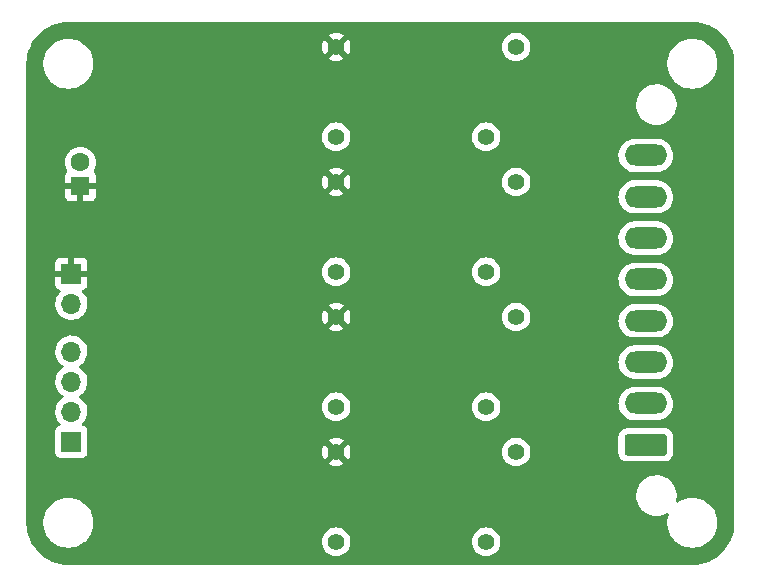
<source format=gbr>
%TF.GenerationSoftware,KiCad,Pcbnew,(6.0.0)*%
%TF.CreationDate,2022-01-04T00:38:58-05:00*%
%TF.ProjectId,4x relay board,34782072-656c-4617-9920-626f6172642e,rev?*%
%TF.SameCoordinates,Original*%
%TF.FileFunction,Copper,L2,Bot*%
%TF.FilePolarity,Positive*%
%FSLAX46Y46*%
G04 Gerber Fmt 4.6, Leading zero omitted, Abs format (unit mm)*
G04 Created by KiCad (PCBNEW (6.0.0)) date 2022-01-04 00:38:58*
%MOMM*%
%LPD*%
G01*
G04 APERTURE LIST*
G04 Aperture macros list*
%AMRoundRect*
0 Rectangle with rounded corners*
0 $1 Rounding radius*
0 $2 $3 $4 $5 $6 $7 $8 $9 X,Y pos of 4 corners*
0 Add a 4 corners polygon primitive as box body*
4,1,4,$2,$3,$4,$5,$6,$7,$8,$9,$2,$3,0*
0 Add four circle primitives for the rounded corners*
1,1,$1+$1,$2,$3*
1,1,$1+$1,$4,$5*
1,1,$1+$1,$6,$7*
1,1,$1+$1,$8,$9*
0 Add four rect primitives between the rounded corners*
20,1,$1+$1,$2,$3,$4,$5,0*
20,1,$1+$1,$4,$5,$6,$7,0*
20,1,$1+$1,$6,$7,$8,$9,0*
20,1,$1+$1,$8,$9,$2,$3,0*%
G04 Aperture macros list end*
%TA.AperFunction,ComponentPad*%
%ADD10R,1.700000X1.700000*%
%TD*%
%TA.AperFunction,ComponentPad*%
%ADD11O,1.700000X1.700000*%
%TD*%
%TA.AperFunction,ComponentPad*%
%ADD12RoundRect,0.250000X1.550000X-0.650000X1.550000X0.650000X-1.550000X0.650000X-1.550000X-0.650000X0*%
%TD*%
%TA.AperFunction,ComponentPad*%
%ADD13O,3.600000X1.800000*%
%TD*%
%TA.AperFunction,ComponentPad*%
%ADD14C,1.400000*%
%TD*%
%TA.AperFunction,ComponentPad*%
%ADD15R,1.600000X1.600000*%
%TD*%
%TA.AperFunction,ComponentPad*%
%ADD16C,1.600000*%
%TD*%
G04 APERTURE END LIST*
D10*
%TO.P,J1,1,Pin_1*%
%TO.N,+5V*%
X130048000Y-66289000D03*
D11*
%TO.P,J1,2,Pin_2*%
%TO.N,GND*%
X130048000Y-68829000D03*
%TD*%
D12*
%TO.P,J3,1,Pin_1*%
%TO.N,/R1-1*%
X178677500Y-80775000D03*
D13*
%TO.P,J3,2,Pin_2*%
%TO.N,/R1-2*%
X178677500Y-77275000D03*
%TO.P,J3,3,Pin_3*%
%TO.N,/R2-1*%
X178677500Y-73775000D03*
%TO.P,J3,4,Pin_4*%
%TO.N,/R2-2*%
X178677500Y-70275000D03*
%TO.P,J3,5,Pin_5*%
%TO.N,/R3-1*%
X178677500Y-66775000D03*
%TO.P,J3,6,Pin_6*%
%TO.N,/R3-2*%
X178677500Y-63275000D03*
%TO.P,J3,7,Pin_7*%
%TO.N,/R4-1*%
X178677500Y-59775000D03*
%TO.P,J3,8,Pin_8*%
%TO.N,/R4-2*%
X178677500Y-56275000D03*
%TD*%
D14*
%TO.P,K2,1*%
%TO.N,+5V*%
X152465000Y-69955000D03*
%TO.P,K2,2*%
%TO.N,/R2-2*%
X167705000Y-69955000D03*
%TO.P,K2,3*%
%TO.N,/R2-1*%
X165165000Y-77555000D03*
%TO.P,K2,4*%
%TO.N,Net-(D2-Pad2)*%
X152465000Y-77555000D03*
%TD*%
D15*
%TO.P,C1,1*%
%TO.N,+5V*%
X130810000Y-58867113D03*
D16*
%TO.P,C1,2*%
%TO.N,GND*%
X130810000Y-56867113D03*
%TD*%
D10*
%TO.P,J2,1,Pin_1*%
%TO.N,/D1*%
X130048000Y-80503000D03*
D11*
%TO.P,J2,2,Pin_2*%
%TO.N,/D2*%
X130048000Y-77963000D03*
%TO.P,J2,3,Pin_3*%
%TO.N,/D3*%
X130048000Y-75423000D03*
%TO.P,J2,4,Pin_4*%
%TO.N,/D4*%
X130048000Y-72883000D03*
%TD*%
D14*
%TO.P,K1,1*%
%TO.N,+5V*%
X152465000Y-81385000D03*
%TO.P,K1,2*%
%TO.N,/R1-2*%
X167705000Y-81385000D03*
%TO.P,K1,3*%
%TO.N,/R1-1*%
X165165000Y-88985000D03*
%TO.P,K1,4*%
%TO.N,Net-(D1-Pad2)*%
X152465000Y-88985000D03*
%TD*%
%TO.P,K4,1*%
%TO.N,+5V*%
X152465000Y-47095000D03*
%TO.P,K4,2*%
%TO.N,/R4-2*%
X167705000Y-47095000D03*
%TO.P,K4,3*%
%TO.N,/R4-1*%
X165165000Y-54695000D03*
%TO.P,K4,4*%
%TO.N,Net-(D4-Pad2)*%
X152465000Y-54695000D03*
%TD*%
%TO.P,K3,1*%
%TO.N,+5V*%
X152465000Y-58525000D03*
%TO.P,K3,2*%
%TO.N,/R3-2*%
X167705000Y-58525000D03*
%TO.P,K3,3*%
%TO.N,/R3-1*%
X165165000Y-66125000D03*
%TO.P,K3,4*%
%TO.N,Net-(D3-Pad2)*%
X152465000Y-66125000D03*
%TD*%
%TA.AperFunction,Conductor*%
%TO.N,+5V*%
G36*
X182596057Y-44959500D02*
G01*
X182610858Y-44961805D01*
X182610861Y-44961805D01*
X182619730Y-44963186D01*
X182639054Y-44960659D01*
X182661570Y-44959747D01*
X182968373Y-44974820D01*
X182980667Y-44976030D01*
X183313625Y-45025421D01*
X183325731Y-45027828D01*
X183652244Y-45109615D01*
X183664076Y-45113204D01*
X183980994Y-45226599D01*
X183992418Y-45231331D01*
X184296693Y-45375242D01*
X184307598Y-45381071D01*
X184596302Y-45554114D01*
X184606583Y-45560984D01*
X184876931Y-45761488D01*
X184886489Y-45769332D01*
X185135885Y-45995371D01*
X185144629Y-46004115D01*
X185370668Y-46253511D01*
X185378512Y-46263069D01*
X185579016Y-46533417D01*
X185585886Y-46543698D01*
X185758929Y-46832402D01*
X185764756Y-46843303D01*
X185829206Y-46979571D01*
X185908669Y-47147582D01*
X185913401Y-47159006D01*
X186026796Y-47475924D01*
X186030385Y-47487754D01*
X186112172Y-47814269D01*
X186114579Y-47826375D01*
X186163969Y-48159328D01*
X186165180Y-48171627D01*
X186179891Y-48471065D01*
X186178542Y-48496632D01*
X186178195Y-48498857D01*
X186178195Y-48498861D01*
X186176814Y-48507730D01*
X186177978Y-48516632D01*
X186177978Y-48516635D01*
X186180936Y-48539251D01*
X186182000Y-48555589D01*
X186182000Y-87326672D01*
X186180500Y-87346056D01*
X186176814Y-87369730D01*
X186179274Y-87388539D01*
X186179341Y-87389050D01*
X186180253Y-87411570D01*
X186174188Y-87535036D01*
X186165181Y-87718367D01*
X186163970Y-87730667D01*
X186115178Y-88059594D01*
X186114581Y-88063616D01*
X186112172Y-88075731D01*
X186036347Y-88378442D01*
X186030385Y-88402244D01*
X186026796Y-88414076D01*
X185913401Y-88730994D01*
X185908669Y-88742418D01*
X185870680Y-88822740D01*
X185793937Y-88985000D01*
X185764758Y-89046693D01*
X185758929Y-89057598D01*
X185585886Y-89346302D01*
X185579016Y-89356583D01*
X185378512Y-89626931D01*
X185370668Y-89636489D01*
X185144629Y-89885885D01*
X185135885Y-89894629D01*
X184886489Y-90120668D01*
X184876931Y-90128512D01*
X184606583Y-90329016D01*
X184596302Y-90335886D01*
X184307598Y-90508929D01*
X184296693Y-90514758D01*
X183992418Y-90658669D01*
X183980994Y-90663401D01*
X183664076Y-90776796D01*
X183652246Y-90780385D01*
X183325731Y-90862172D01*
X183313625Y-90864579D01*
X182980667Y-90913970D01*
X182968373Y-90915180D01*
X182668935Y-90929891D01*
X182643368Y-90928542D01*
X182641143Y-90928195D01*
X182641139Y-90928195D01*
X182632270Y-90926814D01*
X182623368Y-90927978D01*
X182623365Y-90927978D01*
X182604083Y-90930500D01*
X182601728Y-90930808D01*
X182600749Y-90930936D01*
X182584411Y-90932000D01*
X129843328Y-90932000D01*
X129823943Y-90930500D01*
X129809142Y-90928195D01*
X129809139Y-90928195D01*
X129800270Y-90926814D01*
X129780946Y-90929341D01*
X129758430Y-90930253D01*
X129451627Y-90915180D01*
X129439333Y-90913970D01*
X129106375Y-90864579D01*
X129094269Y-90862172D01*
X128767754Y-90780385D01*
X128755924Y-90776796D01*
X128439006Y-90663401D01*
X128427582Y-90658669D01*
X128123307Y-90514758D01*
X128112402Y-90508929D01*
X127823698Y-90335886D01*
X127813417Y-90329016D01*
X127543069Y-90128512D01*
X127533511Y-90120668D01*
X127284115Y-89894629D01*
X127275371Y-89885885D01*
X127049332Y-89636489D01*
X127041488Y-89626931D01*
X126840984Y-89356583D01*
X126834114Y-89346302D01*
X126661071Y-89057598D01*
X126655242Y-89046693D01*
X126626064Y-88985000D01*
X126549320Y-88822740D01*
X126511331Y-88742418D01*
X126506599Y-88730994D01*
X126393204Y-88414076D01*
X126389615Y-88402244D01*
X126383653Y-88378442D01*
X126307828Y-88075731D01*
X126305419Y-88063616D01*
X126304823Y-88059594D01*
X126256030Y-87730667D01*
X126254819Y-87718366D01*
X126244520Y-87508703D01*
X127684743Y-87508703D01*
X127722268Y-87793734D01*
X127798129Y-88071036D01*
X127910923Y-88335476D01*
X127936638Y-88378442D01*
X128054515Y-88575400D01*
X128058561Y-88582161D01*
X128238313Y-88806528D01*
X128446851Y-89004423D01*
X128680317Y-89172186D01*
X128684112Y-89174195D01*
X128684113Y-89174196D01*
X128705869Y-89185715D01*
X128934392Y-89306712D01*
X128958699Y-89315607D01*
X129189068Y-89399910D01*
X129204373Y-89405511D01*
X129485264Y-89466755D01*
X129513841Y-89469004D01*
X129708282Y-89484307D01*
X129708291Y-89484307D01*
X129710739Y-89484500D01*
X129866271Y-89484500D01*
X129868407Y-89484354D01*
X129868418Y-89484354D01*
X130076548Y-89470165D01*
X130076554Y-89470164D01*
X130080825Y-89469873D01*
X130085020Y-89469004D01*
X130085022Y-89469004D01*
X130221583Y-89440724D01*
X130362342Y-89411574D01*
X130633343Y-89315607D01*
X130855449Y-89200970D01*
X130885005Y-89185715D01*
X130885006Y-89185715D01*
X130888812Y-89183750D01*
X130892313Y-89181289D01*
X130892317Y-89181287D01*
X131083824Y-89046693D01*
X131124023Y-89018441D01*
X131160010Y-88985000D01*
X151251884Y-88985000D01*
X151270314Y-89195655D01*
X151271738Y-89200968D01*
X151271738Y-89200970D01*
X151313435Y-89356583D01*
X151325044Y-89399910D01*
X151327366Y-89404891D01*
X151327367Y-89404892D01*
X151355789Y-89465842D01*
X151414411Y-89591558D01*
X151535699Y-89764776D01*
X151685224Y-89914301D01*
X151858442Y-90035589D01*
X151863420Y-90037910D01*
X151863423Y-90037912D01*
X152040894Y-90120668D01*
X152050090Y-90124956D01*
X152055398Y-90126378D01*
X152055400Y-90126379D01*
X152249030Y-90178262D01*
X152249032Y-90178262D01*
X152254345Y-90179686D01*
X152465000Y-90198116D01*
X152675655Y-90179686D01*
X152680968Y-90178262D01*
X152680970Y-90178262D01*
X152874600Y-90126379D01*
X152874602Y-90126378D01*
X152879910Y-90124956D01*
X152889106Y-90120668D01*
X153066577Y-90037912D01*
X153066580Y-90037910D01*
X153071558Y-90035589D01*
X153244776Y-89914301D01*
X153394301Y-89764776D01*
X153515589Y-89591558D01*
X153574212Y-89465842D01*
X153602633Y-89404892D01*
X153602634Y-89404891D01*
X153604956Y-89399910D01*
X153616566Y-89356583D01*
X153658262Y-89200970D01*
X153658262Y-89200968D01*
X153659686Y-89195655D01*
X153678116Y-88985000D01*
X163951884Y-88985000D01*
X163970314Y-89195655D01*
X163971738Y-89200968D01*
X163971738Y-89200970D01*
X164013435Y-89356583D01*
X164025044Y-89399910D01*
X164027366Y-89404891D01*
X164027367Y-89404892D01*
X164055789Y-89465842D01*
X164114411Y-89591558D01*
X164235699Y-89764776D01*
X164385224Y-89914301D01*
X164558442Y-90035589D01*
X164563420Y-90037910D01*
X164563423Y-90037912D01*
X164740894Y-90120668D01*
X164750090Y-90124956D01*
X164755398Y-90126378D01*
X164755400Y-90126379D01*
X164949030Y-90178262D01*
X164949032Y-90178262D01*
X164954345Y-90179686D01*
X165165000Y-90198116D01*
X165375655Y-90179686D01*
X165380968Y-90178262D01*
X165380970Y-90178262D01*
X165574600Y-90126379D01*
X165574602Y-90126378D01*
X165579910Y-90124956D01*
X165589106Y-90120668D01*
X165766577Y-90037912D01*
X165766580Y-90037910D01*
X165771558Y-90035589D01*
X165944776Y-89914301D01*
X166094301Y-89764776D01*
X166215589Y-89591558D01*
X166274212Y-89465842D01*
X166302633Y-89404892D01*
X166302634Y-89404891D01*
X166304956Y-89399910D01*
X166316566Y-89356583D01*
X166358262Y-89200970D01*
X166358262Y-89200968D01*
X166359686Y-89195655D01*
X166378116Y-88985000D01*
X166359686Y-88774345D01*
X166309087Y-88585508D01*
X166306379Y-88575400D01*
X166306378Y-88575398D01*
X166304956Y-88570090D01*
X166300460Y-88560448D01*
X166217912Y-88383423D01*
X166217910Y-88383420D01*
X166215589Y-88378442D01*
X166094301Y-88205224D01*
X165944776Y-88055699D01*
X165771558Y-87934411D01*
X165766580Y-87932090D01*
X165766577Y-87932088D01*
X165584892Y-87847367D01*
X165584891Y-87847366D01*
X165579910Y-87845044D01*
X165574602Y-87843622D01*
X165574600Y-87843621D01*
X165380970Y-87791738D01*
X165380968Y-87791738D01*
X165375655Y-87790314D01*
X165165000Y-87771884D01*
X164954345Y-87790314D01*
X164949032Y-87791738D01*
X164949030Y-87791738D01*
X164755400Y-87843621D01*
X164755398Y-87843622D01*
X164750090Y-87845044D01*
X164745109Y-87847366D01*
X164745108Y-87847367D01*
X164563423Y-87932088D01*
X164563420Y-87932090D01*
X164558442Y-87934411D01*
X164385224Y-88055699D01*
X164235699Y-88205224D01*
X164114411Y-88378442D01*
X164112090Y-88383420D01*
X164112088Y-88383423D01*
X164029540Y-88560448D01*
X164025044Y-88570090D01*
X164023622Y-88575398D01*
X164023621Y-88575400D01*
X164020913Y-88585508D01*
X163970314Y-88774345D01*
X163951884Y-88985000D01*
X153678116Y-88985000D01*
X153659686Y-88774345D01*
X153609087Y-88585508D01*
X153606379Y-88575400D01*
X153606378Y-88575398D01*
X153604956Y-88570090D01*
X153600460Y-88560448D01*
X153517912Y-88383423D01*
X153517910Y-88383420D01*
X153515589Y-88378442D01*
X153394301Y-88205224D01*
X153244776Y-88055699D01*
X153071558Y-87934411D01*
X153066580Y-87932090D01*
X153066577Y-87932088D01*
X152884892Y-87847367D01*
X152884891Y-87847366D01*
X152879910Y-87845044D01*
X152874602Y-87843622D01*
X152874600Y-87843621D01*
X152680970Y-87791738D01*
X152680968Y-87791738D01*
X152675655Y-87790314D01*
X152465000Y-87771884D01*
X152254345Y-87790314D01*
X152249032Y-87791738D01*
X152249030Y-87791738D01*
X152055400Y-87843621D01*
X152055398Y-87843622D01*
X152050090Y-87845044D01*
X152045109Y-87847366D01*
X152045108Y-87847367D01*
X151863423Y-87932088D01*
X151863420Y-87932090D01*
X151858442Y-87934411D01*
X151685224Y-88055699D01*
X151535699Y-88205224D01*
X151414411Y-88378442D01*
X151412090Y-88383420D01*
X151412088Y-88383423D01*
X151329540Y-88560448D01*
X151325044Y-88570090D01*
X151323622Y-88575398D01*
X151323621Y-88575400D01*
X151320913Y-88585508D01*
X151270314Y-88774345D01*
X151251884Y-88985000D01*
X131160010Y-88985000D01*
X131334622Y-88822740D01*
X131516713Y-88600268D01*
X131666927Y-88355142D01*
X131782483Y-88091898D01*
X131793695Y-88052540D01*
X131860068Y-87819534D01*
X131861244Y-87815406D01*
X131901751Y-87530784D01*
X131901845Y-87512951D01*
X131903235Y-87247583D01*
X131903235Y-87247576D01*
X131903257Y-87243297D01*
X131865732Y-86958266D01*
X131789871Y-86680964D01*
X131735353Y-86553150D01*
X131678763Y-86420476D01*
X131678761Y-86420472D01*
X131677077Y-86416524D01*
X131529439Y-86169839D01*
X131349687Y-85945472D01*
X131226289Y-85828372D01*
X131144258Y-85750527D01*
X131144255Y-85750525D01*
X131141149Y-85747577D01*
X130907683Y-85579814D01*
X130885843Y-85568250D01*
X130862654Y-85555972D01*
X130653608Y-85445288D01*
X130383627Y-85346489D01*
X130102736Y-85285245D01*
X130071685Y-85282801D01*
X129879718Y-85267693D01*
X129879709Y-85267693D01*
X129877261Y-85267500D01*
X129721729Y-85267500D01*
X129719593Y-85267646D01*
X129719582Y-85267646D01*
X129511452Y-85281835D01*
X129511446Y-85281836D01*
X129507175Y-85282127D01*
X129502980Y-85282996D01*
X129502978Y-85282996D01*
X129366416Y-85311277D01*
X129225658Y-85340426D01*
X128954657Y-85436393D01*
X128699188Y-85568250D01*
X128695687Y-85570711D01*
X128695683Y-85570713D01*
X128685594Y-85577804D01*
X128463977Y-85733559D01*
X128253378Y-85929260D01*
X128071287Y-86151732D01*
X127921073Y-86396858D01*
X127805517Y-86660102D01*
X127804342Y-86664229D01*
X127804341Y-86664230D01*
X127790962Y-86711197D01*
X127726756Y-86936594D01*
X127686249Y-87221216D01*
X127686227Y-87225505D01*
X127686226Y-87225512D01*
X127684765Y-87504417D01*
X127684743Y-87508703D01*
X126244520Y-87508703D01*
X126240293Y-87422665D01*
X126241886Y-87395586D01*
X126242264Y-87393340D01*
X126242265Y-87393331D01*
X126243071Y-87388539D01*
X126243224Y-87376000D01*
X126239273Y-87348412D01*
X126238000Y-87330549D01*
X126238000Y-84985321D01*
X177866320Y-84985321D01*
X177872444Y-85245187D01*
X177917806Y-85501137D01*
X178001360Y-85747281D01*
X178121185Y-85977954D01*
X178124000Y-85981808D01*
X178124003Y-85981812D01*
X178258585Y-86166031D01*
X178274523Y-86187847D01*
X178366184Y-86279990D01*
X178454471Y-86368741D01*
X178454476Y-86368745D01*
X178457845Y-86372132D01*
X178666934Y-86526567D01*
X178671172Y-86528797D01*
X178671174Y-86528798D01*
X178717460Y-86553150D01*
X178896976Y-86647598D01*
X178901495Y-86649159D01*
X178901501Y-86649161D01*
X179078034Y-86710118D01*
X179142679Y-86732440D01*
X179398388Y-86779141D01*
X179481561Y-86783500D01*
X179643599Y-86783500D01*
X179645978Y-86783319D01*
X179645979Y-86783319D01*
X179831923Y-86769175D01*
X179831928Y-86769174D01*
X179836690Y-86768812D01*
X179841344Y-86767733D01*
X179841346Y-86767733D01*
X180085260Y-86711197D01*
X180089915Y-86710118D01*
X180331348Y-86613795D01*
X180443717Y-86547737D01*
X180512577Y-86530458D01*
X180579850Y-86553150D01*
X180624174Y-86608611D01*
X180631478Y-86679231D01*
X180628750Y-86690877D01*
X180602391Y-86783412D01*
X180558756Y-86936594D01*
X180518249Y-87221216D01*
X180518227Y-87225505D01*
X180518226Y-87225512D01*
X180516765Y-87504417D01*
X180516743Y-87508703D01*
X180554268Y-87793734D01*
X180630129Y-88071036D01*
X180742923Y-88335476D01*
X180768638Y-88378442D01*
X180886515Y-88575400D01*
X180890561Y-88582161D01*
X181070313Y-88806528D01*
X181278851Y-89004423D01*
X181512317Y-89172186D01*
X181516112Y-89174195D01*
X181516113Y-89174196D01*
X181537869Y-89185715D01*
X181766392Y-89306712D01*
X181790699Y-89315607D01*
X182021068Y-89399910D01*
X182036373Y-89405511D01*
X182317264Y-89466755D01*
X182345841Y-89469004D01*
X182540282Y-89484307D01*
X182540291Y-89484307D01*
X182542739Y-89484500D01*
X182698271Y-89484500D01*
X182700407Y-89484354D01*
X182700418Y-89484354D01*
X182908548Y-89470165D01*
X182908554Y-89470164D01*
X182912825Y-89469873D01*
X182917020Y-89469004D01*
X182917022Y-89469004D01*
X183053583Y-89440724D01*
X183194342Y-89411574D01*
X183465343Y-89315607D01*
X183687449Y-89200970D01*
X183717005Y-89185715D01*
X183717006Y-89185715D01*
X183720812Y-89183750D01*
X183724313Y-89181289D01*
X183724317Y-89181287D01*
X183915824Y-89046693D01*
X183956023Y-89018441D01*
X184166622Y-88822740D01*
X184348713Y-88600268D01*
X184498927Y-88355142D01*
X184614483Y-88091898D01*
X184625695Y-88052540D01*
X184692068Y-87819534D01*
X184693244Y-87815406D01*
X184733751Y-87530784D01*
X184733845Y-87512951D01*
X184735235Y-87247583D01*
X184735235Y-87247576D01*
X184735257Y-87243297D01*
X184697732Y-86958266D01*
X184621871Y-86680964D01*
X184567353Y-86553150D01*
X184510763Y-86420476D01*
X184510761Y-86420472D01*
X184509077Y-86416524D01*
X184361439Y-86169839D01*
X184181687Y-85945472D01*
X184058289Y-85828372D01*
X183976258Y-85750527D01*
X183976255Y-85750525D01*
X183973149Y-85747577D01*
X183739683Y-85579814D01*
X183717843Y-85568250D01*
X183694654Y-85555972D01*
X183485608Y-85445288D01*
X183215627Y-85346489D01*
X182934736Y-85285245D01*
X182903685Y-85282801D01*
X182711718Y-85267693D01*
X182711709Y-85267693D01*
X182709261Y-85267500D01*
X182553729Y-85267500D01*
X182551593Y-85267646D01*
X182551582Y-85267646D01*
X182343452Y-85281835D01*
X182343446Y-85281836D01*
X182339175Y-85282127D01*
X182334980Y-85282996D01*
X182334978Y-85282996D01*
X182198416Y-85311277D01*
X182057658Y-85340426D01*
X181786657Y-85436393D01*
X181531188Y-85568250D01*
X181527687Y-85570711D01*
X181527683Y-85570713D01*
X181425299Y-85642670D01*
X181358064Y-85665475D01*
X181289174Y-85648310D01*
X181240500Y-85596625D01*
X181227495Y-85526830D01*
X181231759Y-85504747D01*
X181254105Y-85427075D01*
X181254106Y-85427070D01*
X181255426Y-85422482D01*
X181288680Y-85164679D01*
X181282556Y-84904813D01*
X181237194Y-84648863D01*
X181153640Y-84402719D01*
X181033815Y-84172046D01*
X180929142Y-84028766D01*
X180883300Y-83966017D01*
X180883299Y-83966016D01*
X180880477Y-83962153D01*
X180788816Y-83870010D01*
X180700529Y-83781259D01*
X180700524Y-83781255D01*
X180697155Y-83777868D01*
X180488066Y-83623433D01*
X180258024Y-83502402D01*
X180253505Y-83500841D01*
X180253499Y-83500839D01*
X180016839Y-83419120D01*
X180016838Y-83419120D01*
X180012321Y-83417560D01*
X179756612Y-83370859D01*
X179673439Y-83366500D01*
X179511401Y-83366500D01*
X179509022Y-83366681D01*
X179509021Y-83366681D01*
X179323077Y-83380825D01*
X179323072Y-83380826D01*
X179318310Y-83381188D01*
X179313656Y-83382267D01*
X179313654Y-83382267D01*
X179165095Y-83416701D01*
X179065085Y-83439882D01*
X178823652Y-83536205D01*
X178599566Y-83667938D01*
X178397985Y-83832051D01*
X178223547Y-84024767D01*
X178080267Y-84241651D01*
X178078266Y-84245991D01*
X178078264Y-84245995D01*
X178006013Y-84402719D01*
X177971441Y-84477712D01*
X177899574Y-84727518D01*
X177866320Y-84985321D01*
X126238000Y-84985321D01*
X126238000Y-82399261D01*
X151815294Y-82399261D01*
X151824590Y-82411276D01*
X151854189Y-82432001D01*
X151863677Y-82437479D01*
X152045277Y-82522159D01*
X152055571Y-82525907D01*
X152249122Y-82577769D01*
X152259909Y-82579671D01*
X152459525Y-82597135D01*
X152470475Y-82597135D01*
X152670091Y-82579671D01*
X152680878Y-82577769D01*
X152874429Y-82525907D01*
X152884723Y-82522159D01*
X153066323Y-82437479D01*
X153075811Y-82432001D01*
X153106248Y-82410689D01*
X153114623Y-82400212D01*
X153107554Y-82386764D01*
X152477812Y-81757022D01*
X152463868Y-81749408D01*
X152462035Y-81749539D01*
X152455420Y-81753790D01*
X151821724Y-82387486D01*
X151815294Y-82399261D01*
X126238000Y-82399261D01*
X126238000Y-77929695D01*
X128685251Y-77929695D01*
X128685548Y-77934848D01*
X128685548Y-77934851D01*
X128691011Y-78029590D01*
X128698110Y-78152715D01*
X128699247Y-78157761D01*
X128699248Y-78157767D01*
X128701118Y-78166063D01*
X128747222Y-78370639D01*
X128831266Y-78577616D01*
X128869945Y-78640734D01*
X128935838Y-78748262D01*
X128947987Y-78768088D01*
X129094250Y-78936938D01*
X129098230Y-78940242D01*
X129102981Y-78944187D01*
X129142616Y-79003090D01*
X129144113Y-79074071D01*
X129106997Y-79134593D01*
X129066724Y-79159112D01*
X128951295Y-79202385D01*
X128834739Y-79289739D01*
X128747385Y-79406295D01*
X128696255Y-79542684D01*
X128689500Y-79604866D01*
X128689500Y-81401134D01*
X128696255Y-81463316D01*
X128747385Y-81599705D01*
X128834739Y-81716261D01*
X128951295Y-81803615D01*
X129087684Y-81854745D01*
X129149866Y-81861500D01*
X130946134Y-81861500D01*
X131008316Y-81854745D01*
X131144705Y-81803615D01*
X131261261Y-81716261D01*
X131348615Y-81599705D01*
X131399745Y-81463316D01*
X131406500Y-81401134D01*
X131406500Y-81390475D01*
X151252865Y-81390475D01*
X151270329Y-81590091D01*
X151272231Y-81600878D01*
X151324093Y-81794429D01*
X151327841Y-81804723D01*
X151412521Y-81986323D01*
X151417999Y-81995811D01*
X151439311Y-82026248D01*
X151449788Y-82034623D01*
X151463236Y-82027554D01*
X152092978Y-81397812D01*
X152099356Y-81386132D01*
X152829408Y-81386132D01*
X152829539Y-81387965D01*
X152833790Y-81394580D01*
X153467486Y-82028276D01*
X153479261Y-82034706D01*
X153491276Y-82025410D01*
X153512001Y-81995811D01*
X153517479Y-81986323D01*
X153602159Y-81804723D01*
X153605907Y-81794429D01*
X153657769Y-81600878D01*
X153659671Y-81590091D01*
X153677135Y-81390475D01*
X153677135Y-81385000D01*
X166491884Y-81385000D01*
X166510314Y-81595655D01*
X166511738Y-81600968D01*
X166511738Y-81600970D01*
X166553058Y-81755176D01*
X166565044Y-81799910D01*
X166567366Y-81804891D01*
X166567367Y-81804892D01*
X166608509Y-81893120D01*
X166654411Y-81991558D01*
X166775699Y-82164776D01*
X166925224Y-82314301D01*
X167098442Y-82435589D01*
X167103420Y-82437910D01*
X167103423Y-82437912D01*
X167284092Y-82522159D01*
X167290090Y-82524956D01*
X167295398Y-82526378D01*
X167295400Y-82526379D01*
X167489030Y-82578262D01*
X167489032Y-82578262D01*
X167494345Y-82579686D01*
X167705000Y-82598116D01*
X167915655Y-82579686D01*
X167920968Y-82578262D01*
X167920970Y-82578262D01*
X168114600Y-82526379D01*
X168114602Y-82526378D01*
X168119910Y-82524956D01*
X168125908Y-82522159D01*
X168306577Y-82437912D01*
X168306580Y-82437910D01*
X168311558Y-82435589D01*
X168484776Y-82314301D01*
X168634301Y-82164776D01*
X168755589Y-81991558D01*
X168801492Y-81893120D01*
X168842633Y-81804892D01*
X168842634Y-81804891D01*
X168844956Y-81799910D01*
X168856943Y-81755176D01*
X168898262Y-81600970D01*
X168898262Y-81600968D01*
X168899686Y-81595655D01*
X168910207Y-81475400D01*
X176369000Y-81475400D01*
X176379974Y-81581166D01*
X176382155Y-81587702D01*
X176382155Y-81587704D01*
X176422650Y-81709081D01*
X176435950Y-81748946D01*
X176529022Y-81899348D01*
X176654197Y-82024305D01*
X176660427Y-82028145D01*
X176660428Y-82028146D01*
X176797590Y-82112694D01*
X176804762Y-82117115D01*
X176884505Y-82143564D01*
X176966111Y-82170632D01*
X176966113Y-82170632D01*
X176972639Y-82172797D01*
X176979475Y-82173497D01*
X176979478Y-82173498D01*
X177022531Y-82177909D01*
X177077100Y-82183500D01*
X180277900Y-82183500D01*
X180281146Y-82183163D01*
X180281150Y-82183163D01*
X180376808Y-82173238D01*
X180376812Y-82173237D01*
X180383666Y-82172526D01*
X180390202Y-82170345D01*
X180390204Y-82170345D01*
X180522306Y-82126272D01*
X180551446Y-82116550D01*
X180701848Y-82023478D01*
X180826805Y-81898303D01*
X180919615Y-81747738D01*
X180966332Y-81606891D01*
X180973132Y-81586389D01*
X180973132Y-81586387D01*
X180975297Y-81579861D01*
X180986000Y-81475400D01*
X180986000Y-80074600D01*
X180975026Y-79968834D01*
X180919050Y-79801054D01*
X180825978Y-79650652D01*
X180700803Y-79525695D01*
X180694572Y-79521854D01*
X180556468Y-79436725D01*
X180556466Y-79436724D01*
X180550238Y-79432885D01*
X180389754Y-79379655D01*
X180388889Y-79379368D01*
X180388887Y-79379368D01*
X180382361Y-79377203D01*
X180375525Y-79376503D01*
X180375522Y-79376502D01*
X180332469Y-79372091D01*
X180277900Y-79366500D01*
X177077100Y-79366500D01*
X177073854Y-79366837D01*
X177073850Y-79366837D01*
X176978192Y-79376762D01*
X176978188Y-79376763D01*
X176971334Y-79377474D01*
X176964798Y-79379655D01*
X176964796Y-79379655D01*
X176906486Y-79399109D01*
X176803554Y-79433450D01*
X176653152Y-79526522D01*
X176528195Y-79651697D01*
X176435385Y-79802262D01*
X176379703Y-79970139D01*
X176369000Y-80074600D01*
X176369000Y-81475400D01*
X168910207Y-81475400D01*
X168918116Y-81385000D01*
X168899686Y-81174345D01*
X168844956Y-80970090D01*
X168755589Y-80778442D01*
X168634301Y-80605224D01*
X168484776Y-80455699D01*
X168311558Y-80334411D01*
X168306580Y-80332090D01*
X168306577Y-80332088D01*
X168124892Y-80247367D01*
X168124891Y-80247366D01*
X168119910Y-80245044D01*
X168114602Y-80243622D01*
X168114600Y-80243621D01*
X167920970Y-80191738D01*
X167920968Y-80191738D01*
X167915655Y-80190314D01*
X167705000Y-80171884D01*
X167494345Y-80190314D01*
X167489032Y-80191738D01*
X167489030Y-80191738D01*
X167295400Y-80243621D01*
X167295398Y-80243622D01*
X167290090Y-80245044D01*
X167285109Y-80247366D01*
X167285108Y-80247367D01*
X167103423Y-80332088D01*
X167103420Y-80332090D01*
X167098442Y-80334411D01*
X166925224Y-80455699D01*
X166775699Y-80605224D01*
X166654411Y-80778442D01*
X166565044Y-80970090D01*
X166510314Y-81174345D01*
X166491884Y-81385000D01*
X153677135Y-81385000D01*
X153677135Y-81379525D01*
X153659671Y-81179909D01*
X153657769Y-81169122D01*
X153605907Y-80975571D01*
X153602159Y-80965277D01*
X153517479Y-80783677D01*
X153512001Y-80774189D01*
X153490689Y-80743752D01*
X153480212Y-80735377D01*
X153466764Y-80742446D01*
X152837022Y-81372188D01*
X152829408Y-81386132D01*
X152099356Y-81386132D01*
X152100592Y-81383868D01*
X152100461Y-81382035D01*
X152096210Y-81375420D01*
X151462514Y-80741724D01*
X151450739Y-80735294D01*
X151438724Y-80744590D01*
X151417999Y-80774189D01*
X151412521Y-80783677D01*
X151327841Y-80965277D01*
X151324093Y-80975571D01*
X151272231Y-81169122D01*
X151270329Y-81179909D01*
X151252865Y-81379525D01*
X151252865Y-81390475D01*
X131406500Y-81390475D01*
X131406500Y-80369788D01*
X151815377Y-80369788D01*
X151822446Y-80383236D01*
X152452188Y-81012978D01*
X152466132Y-81020592D01*
X152467965Y-81020461D01*
X152474580Y-81016210D01*
X153108276Y-80382514D01*
X153114706Y-80370739D01*
X153105410Y-80358724D01*
X153075811Y-80337999D01*
X153066323Y-80332521D01*
X152884723Y-80247841D01*
X152874429Y-80244093D01*
X152680878Y-80192231D01*
X152670091Y-80190329D01*
X152470475Y-80172865D01*
X152459525Y-80172865D01*
X152259909Y-80190329D01*
X152249122Y-80192231D01*
X152055571Y-80244093D01*
X152045277Y-80247841D01*
X151863677Y-80332521D01*
X151854189Y-80337999D01*
X151823752Y-80359311D01*
X151815377Y-80369788D01*
X131406500Y-80369788D01*
X131406500Y-79604866D01*
X131399745Y-79542684D01*
X131348615Y-79406295D01*
X131261261Y-79289739D01*
X131144705Y-79202385D01*
X131132132Y-79197672D01*
X131026203Y-79157960D01*
X130969439Y-79115318D01*
X130944739Y-79048756D01*
X130959947Y-78979408D01*
X130981493Y-78950727D01*
X131082435Y-78850137D01*
X131086096Y-78846489D01*
X131145594Y-78763689D01*
X131213435Y-78669277D01*
X131216453Y-78665077D01*
X131229854Y-78637963D01*
X131313136Y-78469453D01*
X131313137Y-78469451D01*
X131315430Y-78464811D01*
X131369022Y-78288419D01*
X131378865Y-78256023D01*
X131378865Y-78256021D01*
X131380370Y-78251069D01*
X131409529Y-78029590D01*
X131409882Y-78015145D01*
X131411074Y-77966365D01*
X131411074Y-77966361D01*
X131411156Y-77963000D01*
X131392852Y-77740361D01*
X131346293Y-77555000D01*
X151251884Y-77555000D01*
X151270314Y-77765655D01*
X151325044Y-77969910D01*
X151327366Y-77974891D01*
X151327367Y-77974892D01*
X151407878Y-78147547D01*
X151414411Y-78161558D01*
X151535699Y-78334776D01*
X151685224Y-78484301D01*
X151858442Y-78605589D01*
X151863420Y-78607910D01*
X151863423Y-78607912D01*
X152045108Y-78692633D01*
X152050090Y-78694956D01*
X152055398Y-78696378D01*
X152055400Y-78696379D01*
X152249030Y-78748262D01*
X152249032Y-78748262D01*
X152254345Y-78749686D01*
X152465000Y-78768116D01*
X152675655Y-78749686D01*
X152680968Y-78748262D01*
X152680970Y-78748262D01*
X152874600Y-78696379D01*
X152874602Y-78696378D01*
X152879910Y-78694956D01*
X152884892Y-78692633D01*
X153066577Y-78607912D01*
X153066580Y-78607910D01*
X153071558Y-78605589D01*
X153244776Y-78484301D01*
X153394301Y-78334776D01*
X153515589Y-78161558D01*
X153522123Y-78147547D01*
X153602633Y-77974892D01*
X153602634Y-77974891D01*
X153604956Y-77969910D01*
X153659686Y-77765655D01*
X153678116Y-77555000D01*
X163951884Y-77555000D01*
X163970314Y-77765655D01*
X164025044Y-77969910D01*
X164027366Y-77974891D01*
X164027367Y-77974892D01*
X164107878Y-78147547D01*
X164114411Y-78161558D01*
X164235699Y-78334776D01*
X164385224Y-78484301D01*
X164558442Y-78605589D01*
X164563420Y-78607910D01*
X164563423Y-78607912D01*
X164745108Y-78692633D01*
X164750090Y-78694956D01*
X164755398Y-78696378D01*
X164755400Y-78696379D01*
X164949030Y-78748262D01*
X164949032Y-78748262D01*
X164954345Y-78749686D01*
X165165000Y-78768116D01*
X165375655Y-78749686D01*
X165380968Y-78748262D01*
X165380970Y-78748262D01*
X165574600Y-78696379D01*
X165574602Y-78696378D01*
X165579910Y-78694956D01*
X165584892Y-78692633D01*
X165766577Y-78607912D01*
X165766580Y-78607910D01*
X165771558Y-78605589D01*
X165944776Y-78484301D01*
X166094301Y-78334776D01*
X166215589Y-78161558D01*
X166222123Y-78147547D01*
X166302633Y-77974892D01*
X166302634Y-77974891D01*
X166304956Y-77969910D01*
X166359686Y-77765655D01*
X166378116Y-77555000D01*
X166359686Y-77344345D01*
X166358262Y-77339030D01*
X166323263Y-77208411D01*
X176365477Y-77208411D01*
X176374445Y-77447274D01*
X176423530Y-77681211D01*
X176511329Y-77903533D01*
X176635332Y-78107883D01*
X176638829Y-78111913D01*
X176755131Y-78245939D01*
X176791993Y-78288419D01*
X176796119Y-78291802D01*
X176796123Y-78291806D01*
X176886117Y-78365596D01*
X176976833Y-78439978D01*
X176981469Y-78442617D01*
X176981472Y-78442619D01*
X177094886Y-78507178D01*
X177184566Y-78558227D01*
X177409253Y-78639784D01*
X177414502Y-78640733D01*
X177414505Y-78640734D01*
X177640385Y-78681580D01*
X177640393Y-78681581D01*
X177644469Y-78682318D01*
X177662859Y-78683185D01*
X177668044Y-78683430D01*
X177668051Y-78683430D01*
X177669532Y-78683500D01*
X179637512Y-78683500D01*
X179815675Y-78668383D01*
X179820839Y-78667043D01*
X179820843Y-78667042D01*
X180041875Y-78609673D01*
X180041880Y-78609671D01*
X180047040Y-78608332D01*
X180164136Y-78555584D01*
X180260119Y-78512347D01*
X180260122Y-78512346D01*
X180264980Y-78510157D01*
X180463262Y-78376666D01*
X180474867Y-78365596D01*
X180632361Y-78215353D01*
X180636218Y-78211674D01*
X180778902Y-78019900D01*
X180801786Y-77974892D01*
X180884814Y-77811586D01*
X180884814Y-77811585D01*
X180887233Y-77806828D01*
X180927861Y-77675984D01*
X180956532Y-77583651D01*
X180956533Y-77583645D01*
X180958116Y-77578548D01*
X180976222Y-77441943D01*
X180988823Y-77346873D01*
X180988823Y-77346869D01*
X180989523Y-77341589D01*
X180987414Y-77285401D01*
X180984523Y-77208411D01*
X180980555Y-77102726D01*
X180931470Y-76868789D01*
X180843671Y-76646467D01*
X180719668Y-76442117D01*
X180696175Y-76415044D01*
X180566507Y-76265614D01*
X180566505Y-76265612D01*
X180563007Y-76261581D01*
X180558881Y-76258198D01*
X180558877Y-76258194D01*
X180382295Y-76113407D01*
X180378167Y-76110022D01*
X180373531Y-76107383D01*
X180373528Y-76107381D01*
X180175077Y-75994416D01*
X180170434Y-75991773D01*
X179945747Y-75910216D01*
X179940498Y-75909267D01*
X179940495Y-75909266D01*
X179714615Y-75868420D01*
X179714607Y-75868419D01*
X179710531Y-75867682D01*
X179692141Y-75866815D01*
X179686956Y-75866570D01*
X179686949Y-75866570D01*
X179685468Y-75866500D01*
X177717488Y-75866500D01*
X177539325Y-75881617D01*
X177534161Y-75882957D01*
X177534157Y-75882958D01*
X177313125Y-75940327D01*
X177313120Y-75940329D01*
X177307960Y-75941668D01*
X177303094Y-75943860D01*
X177094881Y-76037653D01*
X177094878Y-76037654D01*
X177090020Y-76039843D01*
X176891738Y-76173334D01*
X176718782Y-76338326D01*
X176576098Y-76530100D01*
X176573682Y-76534851D01*
X176573680Y-76534855D01*
X176492362Y-76694797D01*
X176467767Y-76743172D01*
X176441552Y-76827598D01*
X176398468Y-76966349D01*
X176398467Y-76966355D01*
X176396884Y-76971452D01*
X176396183Y-76976744D01*
X176373829Y-77145400D01*
X176365477Y-77208411D01*
X166323263Y-77208411D01*
X166306379Y-77145400D01*
X166306378Y-77145398D01*
X166304956Y-77140090D01*
X166302633Y-77135108D01*
X166217912Y-76953423D01*
X166217910Y-76953420D01*
X166215589Y-76948442D01*
X166094301Y-76775224D01*
X165944776Y-76625699D01*
X165771558Y-76504411D01*
X165766580Y-76502090D01*
X165766577Y-76502088D01*
X165584892Y-76417367D01*
X165584891Y-76417366D01*
X165579910Y-76415044D01*
X165574602Y-76413622D01*
X165574600Y-76413621D01*
X165380970Y-76361738D01*
X165380968Y-76361738D01*
X165375655Y-76360314D01*
X165165000Y-76341884D01*
X164954345Y-76360314D01*
X164949032Y-76361738D01*
X164949030Y-76361738D01*
X164755400Y-76413621D01*
X164755398Y-76413622D01*
X164750090Y-76415044D01*
X164745109Y-76417366D01*
X164745108Y-76417367D01*
X164563423Y-76502088D01*
X164563420Y-76502090D01*
X164558442Y-76504411D01*
X164385224Y-76625699D01*
X164235699Y-76775224D01*
X164114411Y-76948442D01*
X164112090Y-76953420D01*
X164112088Y-76953423D01*
X164027367Y-77135108D01*
X164025044Y-77140090D01*
X164023622Y-77145398D01*
X164023621Y-77145400D01*
X163971738Y-77339030D01*
X163970314Y-77344345D01*
X163951884Y-77555000D01*
X153678116Y-77555000D01*
X153659686Y-77344345D01*
X153658262Y-77339030D01*
X153606379Y-77145400D01*
X153606378Y-77145398D01*
X153604956Y-77140090D01*
X153602633Y-77135108D01*
X153517912Y-76953423D01*
X153517910Y-76953420D01*
X153515589Y-76948442D01*
X153394301Y-76775224D01*
X153244776Y-76625699D01*
X153071558Y-76504411D01*
X153066580Y-76502090D01*
X153066577Y-76502088D01*
X152884892Y-76417367D01*
X152884891Y-76417366D01*
X152879910Y-76415044D01*
X152874602Y-76413622D01*
X152874600Y-76413621D01*
X152680970Y-76361738D01*
X152680968Y-76361738D01*
X152675655Y-76360314D01*
X152465000Y-76341884D01*
X152254345Y-76360314D01*
X152249032Y-76361738D01*
X152249030Y-76361738D01*
X152055400Y-76413621D01*
X152055398Y-76413622D01*
X152050090Y-76415044D01*
X152045109Y-76417366D01*
X152045108Y-76417367D01*
X151863423Y-76502088D01*
X151863420Y-76502090D01*
X151858442Y-76504411D01*
X151685224Y-76625699D01*
X151535699Y-76775224D01*
X151414411Y-76948442D01*
X151412090Y-76953420D01*
X151412088Y-76953423D01*
X151327367Y-77135108D01*
X151325044Y-77140090D01*
X151323622Y-77145398D01*
X151323621Y-77145400D01*
X151271738Y-77339030D01*
X151270314Y-77344345D01*
X151251884Y-77555000D01*
X131346293Y-77555000D01*
X131338431Y-77523702D01*
X131249354Y-77318840D01*
X131137151Y-77145400D01*
X131130822Y-77135617D01*
X131130820Y-77135614D01*
X131128014Y-77131277D01*
X130977670Y-76966051D01*
X130973619Y-76962852D01*
X130973615Y-76962848D01*
X130806414Y-76830800D01*
X130806410Y-76830798D01*
X130802359Y-76827598D01*
X130761053Y-76804796D01*
X130711084Y-76754364D01*
X130696312Y-76684921D01*
X130721428Y-76618516D01*
X130748780Y-76591909D01*
X130792603Y-76560650D01*
X130927860Y-76464173D01*
X131086096Y-76306489D01*
X131115468Y-76265614D01*
X131213435Y-76129277D01*
X131216453Y-76125077D01*
X131259661Y-76037653D01*
X131313136Y-75929453D01*
X131313137Y-75929451D01*
X131315430Y-75924811D01*
X131380370Y-75711069D01*
X131409529Y-75489590D01*
X131411156Y-75423000D01*
X131392852Y-75200361D01*
X131338431Y-74983702D01*
X131249354Y-74778840D01*
X131128014Y-74591277D01*
X130977670Y-74426051D01*
X130973619Y-74422852D01*
X130973615Y-74422848D01*
X130806414Y-74290800D01*
X130806410Y-74290798D01*
X130802359Y-74287598D01*
X130761053Y-74264796D01*
X130711084Y-74214364D01*
X130696312Y-74144921D01*
X130721428Y-74078516D01*
X130748780Y-74051909D01*
X130792603Y-74020650D01*
X130927860Y-73924173D01*
X131086096Y-73766489D01*
X131127829Y-73708411D01*
X176365477Y-73708411D01*
X176365677Y-73713740D01*
X176365677Y-73713741D01*
X176367794Y-73770137D01*
X176374445Y-73947274D01*
X176392681Y-74034184D01*
X176415916Y-74144921D01*
X176423530Y-74181211D01*
X176511329Y-74403533D01*
X176635332Y-74607883D01*
X176638829Y-74611913D01*
X176787803Y-74783590D01*
X176791993Y-74788419D01*
X176796119Y-74791802D01*
X176796123Y-74791806D01*
X176895129Y-74872985D01*
X176976833Y-74939978D01*
X176981469Y-74942617D01*
X176981472Y-74942619D01*
X177062460Y-74988720D01*
X177184566Y-75058227D01*
X177409253Y-75139784D01*
X177414502Y-75140733D01*
X177414505Y-75140734D01*
X177640385Y-75181580D01*
X177640393Y-75181581D01*
X177644469Y-75182318D01*
X177662859Y-75183185D01*
X177668044Y-75183430D01*
X177668051Y-75183430D01*
X177669532Y-75183500D01*
X179637512Y-75183500D01*
X179815675Y-75168383D01*
X179820839Y-75167043D01*
X179820843Y-75167042D01*
X180041875Y-75109673D01*
X180041880Y-75109671D01*
X180047040Y-75108332D01*
X180164136Y-75055584D01*
X180260119Y-75012347D01*
X180260122Y-75012346D01*
X180264980Y-75010157D01*
X180463262Y-74876666D01*
X180636218Y-74711674D01*
X180778902Y-74519900D01*
X180824676Y-74429870D01*
X180884814Y-74311586D01*
X180884814Y-74311585D01*
X180887233Y-74306828D01*
X180930851Y-74166357D01*
X180956532Y-74083651D01*
X180956533Y-74083645D01*
X180958116Y-74078548D01*
X180987489Y-73856938D01*
X180988823Y-73846873D01*
X180988823Y-73846869D01*
X180989523Y-73841589D01*
X180980555Y-73602726D01*
X180934832Y-73384811D01*
X180932567Y-73374016D01*
X180932566Y-73374013D01*
X180931470Y-73368789D01*
X180843671Y-73146467D01*
X180719668Y-72942117D01*
X180668369Y-72883000D01*
X180566507Y-72765614D01*
X180566505Y-72765612D01*
X180563007Y-72761581D01*
X180558881Y-72758198D01*
X180558877Y-72758194D01*
X180382295Y-72613407D01*
X180378167Y-72610022D01*
X180373531Y-72607383D01*
X180373528Y-72607381D01*
X180175077Y-72494416D01*
X180170434Y-72491773D01*
X179945747Y-72410216D01*
X179940498Y-72409267D01*
X179940495Y-72409266D01*
X179714615Y-72368420D01*
X179714607Y-72368419D01*
X179710531Y-72367682D01*
X179692141Y-72366815D01*
X179686956Y-72366570D01*
X179686949Y-72366570D01*
X179685468Y-72366500D01*
X177717488Y-72366500D01*
X177539325Y-72381617D01*
X177534161Y-72382957D01*
X177534157Y-72382958D01*
X177313125Y-72440327D01*
X177313120Y-72440329D01*
X177307960Y-72441668D01*
X177303094Y-72443860D01*
X177094881Y-72537653D01*
X177094878Y-72537654D01*
X177090020Y-72539843D01*
X176891738Y-72673334D01*
X176718782Y-72838326D01*
X176576098Y-73030100D01*
X176467767Y-73243172D01*
X176454594Y-73285596D01*
X176398468Y-73466349D01*
X176398467Y-73466355D01*
X176396884Y-73471452D01*
X176382439Y-73580438D01*
X176368171Y-73688088D01*
X176365477Y-73708411D01*
X131127829Y-73708411D01*
X131145594Y-73683689D01*
X131213435Y-73589277D01*
X131216453Y-73585077D01*
X131315430Y-73384811D01*
X131380370Y-73171069D01*
X131409529Y-72949590D01*
X131411156Y-72883000D01*
X131392852Y-72660361D01*
X131338431Y-72443702D01*
X131249354Y-72238840D01*
X131128014Y-72051277D01*
X130977670Y-71886051D01*
X130973619Y-71882852D01*
X130973615Y-71882848D01*
X130806414Y-71750800D01*
X130806410Y-71750798D01*
X130802359Y-71747598D01*
X130606789Y-71639638D01*
X130601920Y-71637914D01*
X130601916Y-71637912D01*
X130401087Y-71566795D01*
X130401083Y-71566794D01*
X130396212Y-71565069D01*
X130391119Y-71564162D01*
X130391116Y-71564161D01*
X130181373Y-71526800D01*
X130181367Y-71526799D01*
X130176284Y-71525894D01*
X130102452Y-71524992D01*
X129958081Y-71523228D01*
X129958079Y-71523228D01*
X129952911Y-71523165D01*
X129732091Y-71556955D01*
X129519756Y-71626357D01*
X129321607Y-71729507D01*
X129317474Y-71732610D01*
X129317471Y-71732612D01*
X129293247Y-71750800D01*
X129142965Y-71863635D01*
X128988629Y-72025138D01*
X128862743Y-72209680D01*
X128847003Y-72243590D01*
X128789059Y-72368420D01*
X128768688Y-72412305D01*
X128708989Y-72627570D01*
X128685251Y-72849695D01*
X128685548Y-72854848D01*
X128685548Y-72854851D01*
X128690843Y-72946677D01*
X128698110Y-73072715D01*
X128699247Y-73077761D01*
X128699248Y-73077767D01*
X128714731Y-73146467D01*
X128747222Y-73290639D01*
X128831266Y-73497616D01*
X128947987Y-73688088D01*
X129094250Y-73856938D01*
X129266126Y-73999632D01*
X129336595Y-74040811D01*
X129339445Y-74042476D01*
X129388169Y-74094114D01*
X129401240Y-74163897D01*
X129374509Y-74229669D01*
X129334055Y-74263027D01*
X129321607Y-74269507D01*
X129317474Y-74272610D01*
X129317471Y-74272612D01*
X129147100Y-74400530D01*
X129142965Y-74403635D01*
X129139393Y-74407373D01*
X129027768Y-74524182D01*
X128988629Y-74565138D01*
X128862743Y-74749680D01*
X128768688Y-74952305D01*
X128708989Y-75167570D01*
X128685251Y-75389695D01*
X128685548Y-75394848D01*
X128685548Y-75394851D01*
X128691011Y-75489590D01*
X128698110Y-75612715D01*
X128699247Y-75617761D01*
X128699248Y-75617767D01*
X128719119Y-75705939D01*
X128747222Y-75830639D01*
X128831266Y-76037616D01*
X128833965Y-76042020D01*
X128916690Y-76177015D01*
X128947987Y-76228088D01*
X129094250Y-76396938D01*
X129266126Y-76539632D01*
X129336595Y-76580811D01*
X129339445Y-76582476D01*
X129388169Y-76634114D01*
X129401240Y-76703897D01*
X129374509Y-76769669D01*
X129334055Y-76803027D01*
X129321607Y-76809507D01*
X129317474Y-76812610D01*
X129317471Y-76812612D01*
X129147100Y-76940530D01*
X129142965Y-76943635D01*
X128988629Y-77105138D01*
X128862743Y-77289680D01*
X128836195Y-77346873D01*
X128787169Y-77452492D01*
X128768688Y-77492305D01*
X128708989Y-77707570D01*
X128685251Y-77929695D01*
X126238000Y-77929695D01*
X126238000Y-70969261D01*
X151815294Y-70969261D01*
X151824590Y-70981276D01*
X151854189Y-71002001D01*
X151863677Y-71007479D01*
X152045277Y-71092159D01*
X152055571Y-71095907D01*
X152249122Y-71147769D01*
X152259909Y-71149671D01*
X152459525Y-71167135D01*
X152470475Y-71167135D01*
X152670091Y-71149671D01*
X152680878Y-71147769D01*
X152874429Y-71095907D01*
X152884723Y-71092159D01*
X153066323Y-71007479D01*
X153075811Y-71002001D01*
X153106248Y-70980689D01*
X153114623Y-70970212D01*
X153107554Y-70956764D01*
X152477812Y-70327022D01*
X152463868Y-70319408D01*
X152462035Y-70319539D01*
X152455420Y-70323790D01*
X151821724Y-70957486D01*
X151815294Y-70969261D01*
X126238000Y-70969261D01*
X126238000Y-68795695D01*
X128685251Y-68795695D01*
X128685548Y-68800848D01*
X128685548Y-68800851D01*
X128696557Y-68991773D01*
X128698110Y-69018715D01*
X128699247Y-69023761D01*
X128699248Y-69023767D01*
X128718092Y-69107381D01*
X128747222Y-69236639D01*
X128831266Y-69443616D01*
X128947987Y-69634088D01*
X129094250Y-69802938D01*
X129266126Y-69945632D01*
X129459000Y-70058338D01*
X129667692Y-70138030D01*
X129672760Y-70139061D01*
X129672763Y-70139062D01*
X129776125Y-70160091D01*
X129886597Y-70182567D01*
X129891772Y-70182757D01*
X129891774Y-70182757D01*
X130104673Y-70190564D01*
X130104677Y-70190564D01*
X130109837Y-70190753D01*
X130114957Y-70190097D01*
X130114959Y-70190097D01*
X130326288Y-70163025D01*
X130326289Y-70163025D01*
X130331416Y-70162368D01*
X130339006Y-70160091D01*
X130540429Y-70099661D01*
X130540434Y-70099659D01*
X130545384Y-70098174D01*
X130745994Y-69999896D01*
X130801261Y-69960475D01*
X151252865Y-69960475D01*
X151270329Y-70160091D01*
X151272231Y-70170878D01*
X151324093Y-70364429D01*
X151327841Y-70374723D01*
X151412521Y-70556323D01*
X151417999Y-70565811D01*
X151439311Y-70596248D01*
X151449788Y-70604623D01*
X151463236Y-70597554D01*
X152092978Y-69967812D01*
X152099356Y-69956132D01*
X152829408Y-69956132D01*
X152829539Y-69957965D01*
X152833790Y-69964580D01*
X153467486Y-70598276D01*
X153479261Y-70604706D01*
X153491276Y-70595410D01*
X153512001Y-70565811D01*
X153517479Y-70556323D01*
X153602159Y-70374723D01*
X153605907Y-70364429D01*
X153657769Y-70170878D01*
X153659671Y-70160091D01*
X153677135Y-69960475D01*
X153677135Y-69955000D01*
X166491884Y-69955000D01*
X166510314Y-70165655D01*
X166511738Y-70170968D01*
X166511738Y-70170970D01*
X166523199Y-70213741D01*
X166565044Y-70369910D01*
X166567366Y-70374891D01*
X166567367Y-70374892D01*
X166603553Y-70452492D01*
X166654411Y-70561558D01*
X166775699Y-70734776D01*
X166925224Y-70884301D01*
X167098442Y-71005589D01*
X167103420Y-71007910D01*
X167103423Y-71007912D01*
X167284092Y-71092159D01*
X167290090Y-71094956D01*
X167295398Y-71096378D01*
X167295400Y-71096379D01*
X167489030Y-71148262D01*
X167489032Y-71148262D01*
X167494345Y-71149686D01*
X167705000Y-71168116D01*
X167915655Y-71149686D01*
X167920968Y-71148262D01*
X167920970Y-71148262D01*
X168114600Y-71096379D01*
X168114602Y-71096378D01*
X168119910Y-71094956D01*
X168125908Y-71092159D01*
X168306577Y-71007912D01*
X168306580Y-71007910D01*
X168311558Y-71005589D01*
X168484776Y-70884301D01*
X168634301Y-70734776D01*
X168755589Y-70561558D01*
X168806448Y-70452492D01*
X168842633Y-70374892D01*
X168842634Y-70374891D01*
X168844956Y-70369910D01*
X168886802Y-70213741D01*
X168888230Y-70208411D01*
X176365477Y-70208411D01*
X176374445Y-70447274D01*
X176375540Y-70452492D01*
X176407478Y-70604706D01*
X176423530Y-70681211D01*
X176511329Y-70903533D01*
X176635332Y-71107883D01*
X176638829Y-71111913D01*
X176728590Y-71215353D01*
X176791993Y-71288419D01*
X176796119Y-71291802D01*
X176796123Y-71291806D01*
X176895129Y-71372985D01*
X176976833Y-71439978D01*
X176981469Y-71442617D01*
X176981472Y-71442619D01*
X177127765Y-71525894D01*
X177184566Y-71558227D01*
X177409253Y-71639784D01*
X177414502Y-71640733D01*
X177414505Y-71640734D01*
X177640385Y-71681580D01*
X177640393Y-71681581D01*
X177644469Y-71682318D01*
X177662859Y-71683185D01*
X177668044Y-71683430D01*
X177668051Y-71683430D01*
X177669532Y-71683500D01*
X179637512Y-71683500D01*
X179815675Y-71668383D01*
X179820839Y-71667043D01*
X179820843Y-71667042D01*
X180041875Y-71609673D01*
X180041880Y-71609671D01*
X180047040Y-71608332D01*
X180158269Y-71558227D01*
X180260119Y-71512347D01*
X180260122Y-71512346D01*
X180264980Y-71510157D01*
X180463262Y-71376666D01*
X180636218Y-71211674D01*
X180668983Y-71167637D01*
X180775716Y-71024182D01*
X180778902Y-71019900D01*
X180785218Y-71007479D01*
X180884814Y-70811586D01*
X180884814Y-70811585D01*
X180887233Y-70806828D01*
X180949994Y-70604706D01*
X180956532Y-70583651D01*
X180956533Y-70583645D01*
X180958116Y-70578548D01*
X180985109Y-70374892D01*
X180988823Y-70346873D01*
X180988823Y-70346869D01*
X180989523Y-70341589D01*
X180980555Y-70102726D01*
X180950181Y-69957965D01*
X180932567Y-69874016D01*
X180932566Y-69874013D01*
X180931470Y-69868789D01*
X180843671Y-69646467D01*
X180719668Y-69442117D01*
X180642924Y-69353677D01*
X180566507Y-69265614D01*
X180566505Y-69265612D01*
X180563007Y-69261581D01*
X180558881Y-69258198D01*
X180558877Y-69258194D01*
X180382295Y-69113407D01*
X180378167Y-69110022D01*
X180373531Y-69107383D01*
X180373528Y-69107381D01*
X180175077Y-68994416D01*
X180170434Y-68991773D01*
X179945747Y-68910216D01*
X179940498Y-68909267D01*
X179940495Y-68909266D01*
X179714615Y-68868420D01*
X179714607Y-68868419D01*
X179710531Y-68867682D01*
X179692141Y-68866815D01*
X179686956Y-68866570D01*
X179686949Y-68866570D01*
X179685468Y-68866500D01*
X177717488Y-68866500D01*
X177539325Y-68881617D01*
X177534161Y-68882957D01*
X177534157Y-68882958D01*
X177313125Y-68940327D01*
X177313120Y-68940329D01*
X177307960Y-68941668D01*
X177303094Y-68943860D01*
X177094881Y-69037653D01*
X177094878Y-69037654D01*
X177090020Y-69039843D01*
X176891738Y-69173334D01*
X176718782Y-69338326D01*
X176715599Y-69342603D01*
X176715599Y-69342604D01*
X176656754Y-69421695D01*
X176576098Y-69530100D01*
X176573682Y-69534851D01*
X176573680Y-69534855D01*
X176523228Y-69634088D01*
X176467767Y-69743172D01*
X176449209Y-69802938D01*
X176398468Y-69966349D01*
X176398467Y-69966355D01*
X176396884Y-69971452D01*
X176385368Y-70058338D01*
X176370440Y-70170970D01*
X176365477Y-70208411D01*
X168888230Y-70208411D01*
X168898262Y-70170970D01*
X168898262Y-70170968D01*
X168899686Y-70165655D01*
X168918116Y-69955000D01*
X168899686Y-69744345D01*
X168844956Y-69540090D01*
X168801397Y-69446677D01*
X168757912Y-69353423D01*
X168757910Y-69353420D01*
X168755589Y-69348442D01*
X168634301Y-69175224D01*
X168484776Y-69025699D01*
X168311558Y-68904411D01*
X168306580Y-68902090D01*
X168306577Y-68902088D01*
X168124892Y-68817367D01*
X168124891Y-68817366D01*
X168119910Y-68815044D01*
X168114602Y-68813622D01*
X168114600Y-68813621D01*
X167920970Y-68761738D01*
X167920968Y-68761738D01*
X167915655Y-68760314D01*
X167705000Y-68741884D01*
X167494345Y-68760314D01*
X167489032Y-68761738D01*
X167489030Y-68761738D01*
X167295400Y-68813621D01*
X167295398Y-68813622D01*
X167290090Y-68815044D01*
X167285109Y-68817366D01*
X167285108Y-68817367D01*
X167103423Y-68902088D01*
X167103420Y-68902090D01*
X167098442Y-68904411D01*
X166925224Y-69025699D01*
X166775699Y-69175224D01*
X166654411Y-69348442D01*
X166652090Y-69353420D01*
X166652088Y-69353423D01*
X166608603Y-69446677D01*
X166565044Y-69540090D01*
X166510314Y-69744345D01*
X166491884Y-69955000D01*
X153677135Y-69955000D01*
X153677135Y-69949525D01*
X153659671Y-69749909D01*
X153657769Y-69739122D01*
X153605907Y-69545571D01*
X153602159Y-69535277D01*
X153517479Y-69353677D01*
X153512001Y-69344189D01*
X153490689Y-69313752D01*
X153480212Y-69305377D01*
X153466764Y-69312446D01*
X152837022Y-69942188D01*
X152829408Y-69956132D01*
X152099356Y-69956132D01*
X152100592Y-69953868D01*
X152100461Y-69952035D01*
X152096210Y-69945420D01*
X151462514Y-69311724D01*
X151450739Y-69305294D01*
X151438724Y-69314590D01*
X151417999Y-69344189D01*
X151412521Y-69353677D01*
X151327841Y-69535277D01*
X151324093Y-69545571D01*
X151272231Y-69739122D01*
X151270329Y-69749909D01*
X151252865Y-69949525D01*
X151252865Y-69960475D01*
X130801261Y-69960475D01*
X130927860Y-69870173D01*
X131086096Y-69712489D01*
X131145594Y-69629689D01*
X131213435Y-69535277D01*
X131216453Y-69531077D01*
X131260420Y-69442117D01*
X131313136Y-69335453D01*
X131313137Y-69335451D01*
X131315430Y-69330811D01*
X131363275Y-69173334D01*
X131378865Y-69122023D01*
X131378865Y-69122021D01*
X131380370Y-69117069D01*
X131403710Y-68939788D01*
X151815377Y-68939788D01*
X151822446Y-68953236D01*
X152452188Y-69582978D01*
X152466132Y-69590592D01*
X152467965Y-69590461D01*
X152474580Y-69586210D01*
X153108276Y-68952514D01*
X153114706Y-68940739D01*
X153105410Y-68928724D01*
X153075811Y-68907999D01*
X153066323Y-68902521D01*
X152884723Y-68817841D01*
X152874429Y-68814093D01*
X152680878Y-68762231D01*
X152670091Y-68760329D01*
X152470475Y-68742865D01*
X152459525Y-68742865D01*
X152259909Y-68760329D01*
X152249122Y-68762231D01*
X152055571Y-68814093D01*
X152045277Y-68817841D01*
X151863677Y-68902521D01*
X151854189Y-68907999D01*
X151823752Y-68929311D01*
X151815377Y-68939788D01*
X131403710Y-68939788D01*
X131409529Y-68895590D01*
X131409838Y-68882958D01*
X131411074Y-68832365D01*
X131411074Y-68832361D01*
X131411156Y-68829000D01*
X131392852Y-68606361D01*
X131338431Y-68389702D01*
X131249354Y-68184840D01*
X131168623Y-68060049D01*
X131130822Y-68001617D01*
X131130820Y-68001614D01*
X131128014Y-67997277D01*
X131124540Y-67993459D01*
X131124533Y-67993450D01*
X130980435Y-67835088D01*
X130949383Y-67771242D01*
X130957779Y-67700744D01*
X131002956Y-67645976D01*
X131029400Y-67632307D01*
X131136052Y-67592325D01*
X131151649Y-67583786D01*
X131253724Y-67507285D01*
X131266285Y-67494724D01*
X131342786Y-67392649D01*
X131351324Y-67377054D01*
X131396478Y-67256606D01*
X131400105Y-67241351D01*
X131405631Y-67190486D01*
X131406000Y-67183672D01*
X131406000Y-66561115D01*
X131401525Y-66545876D01*
X131400135Y-66544671D01*
X131392452Y-66543000D01*
X128708116Y-66543000D01*
X128692877Y-66547475D01*
X128691672Y-66548865D01*
X128690001Y-66556548D01*
X128690001Y-67183669D01*
X128690371Y-67190490D01*
X128695895Y-67241352D01*
X128699521Y-67256604D01*
X128744676Y-67377054D01*
X128753214Y-67392649D01*
X128829715Y-67494724D01*
X128842276Y-67507285D01*
X128944351Y-67583786D01*
X128959946Y-67592324D01*
X129068827Y-67633142D01*
X129125591Y-67675784D01*
X129150291Y-67742345D01*
X129135083Y-67811694D01*
X129115691Y-67838175D01*
X129021641Y-67936593D01*
X128988629Y-67971138D01*
X128862743Y-68155680D01*
X128768688Y-68358305D01*
X128708989Y-68573570D01*
X128685251Y-68795695D01*
X126238000Y-68795695D01*
X126238000Y-66125000D01*
X151251884Y-66125000D01*
X151270314Y-66335655D01*
X151271738Y-66340968D01*
X151271738Y-66340970D01*
X151277861Y-66363819D01*
X151325044Y-66539910D01*
X151327366Y-66544891D01*
X151327367Y-66544892D01*
X151406103Y-66713741D01*
X151414411Y-66731558D01*
X151535699Y-66904776D01*
X151685224Y-67054301D01*
X151858442Y-67175589D01*
X151863420Y-67177910D01*
X151863423Y-67177912D01*
X151890397Y-67190490D01*
X152050090Y-67264956D01*
X152055398Y-67266378D01*
X152055400Y-67266379D01*
X152249030Y-67318262D01*
X152249032Y-67318262D01*
X152254345Y-67319686D01*
X152465000Y-67338116D01*
X152675655Y-67319686D01*
X152680968Y-67318262D01*
X152680970Y-67318262D01*
X152874600Y-67266379D01*
X152874602Y-67266378D01*
X152879910Y-67264956D01*
X153039603Y-67190490D01*
X153066577Y-67177912D01*
X153066580Y-67177910D01*
X153071558Y-67175589D01*
X153244776Y-67054301D01*
X153394301Y-66904776D01*
X153515589Y-66731558D01*
X153523898Y-66713741D01*
X153602633Y-66544892D01*
X153602634Y-66544891D01*
X153604956Y-66539910D01*
X153652140Y-66363819D01*
X153658262Y-66340970D01*
X153658262Y-66340968D01*
X153659686Y-66335655D01*
X153678116Y-66125000D01*
X163951884Y-66125000D01*
X163970314Y-66335655D01*
X163971738Y-66340968D01*
X163971738Y-66340970D01*
X163977861Y-66363819D01*
X164025044Y-66539910D01*
X164027366Y-66544891D01*
X164027367Y-66544892D01*
X164106103Y-66713741D01*
X164114411Y-66731558D01*
X164235699Y-66904776D01*
X164385224Y-67054301D01*
X164558442Y-67175589D01*
X164563420Y-67177910D01*
X164563423Y-67177912D01*
X164590397Y-67190490D01*
X164750090Y-67264956D01*
X164755398Y-67266378D01*
X164755400Y-67266379D01*
X164949030Y-67318262D01*
X164949032Y-67318262D01*
X164954345Y-67319686D01*
X165165000Y-67338116D01*
X165375655Y-67319686D01*
X165380968Y-67318262D01*
X165380970Y-67318262D01*
X165574600Y-67266379D01*
X165574602Y-67266378D01*
X165579910Y-67264956D01*
X165739603Y-67190490D01*
X165766577Y-67177912D01*
X165766580Y-67177910D01*
X165771558Y-67175589D01*
X165944776Y-67054301D01*
X166094301Y-66904776D01*
X166215589Y-66731558D01*
X166223898Y-66713741D01*
X166226383Y-66708411D01*
X176365477Y-66708411D01*
X176374445Y-66947274D01*
X176423530Y-67181211D01*
X176511329Y-67403533D01*
X176635332Y-67607883D01*
X176638829Y-67611913D01*
X176777088Y-67771242D01*
X176791993Y-67788419D01*
X176796119Y-67791802D01*
X176796123Y-67791806D01*
X176845206Y-67832051D01*
X176976833Y-67939978D01*
X176981469Y-67942617D01*
X176981472Y-67942619D01*
X177085117Y-68001617D01*
X177184566Y-68058227D01*
X177409253Y-68139784D01*
X177414502Y-68140733D01*
X177414505Y-68140734D01*
X177640385Y-68181580D01*
X177640393Y-68181581D01*
X177644469Y-68182318D01*
X177662859Y-68183185D01*
X177668044Y-68183430D01*
X177668051Y-68183430D01*
X177669532Y-68183500D01*
X179637512Y-68183500D01*
X179815675Y-68168383D01*
X179820839Y-68167043D01*
X179820843Y-68167042D01*
X180041875Y-68109673D01*
X180041880Y-68109671D01*
X180047040Y-68108332D01*
X180164136Y-68055584D01*
X180260119Y-68012347D01*
X180260122Y-68012346D01*
X180264980Y-68010157D01*
X180463262Y-67876666D01*
X180636218Y-67711674D01*
X180778902Y-67519900D01*
X180787518Y-67502955D01*
X180884814Y-67311586D01*
X180884814Y-67311585D01*
X180887233Y-67306828D01*
X180928964Y-67172434D01*
X180956532Y-67083651D01*
X180956533Y-67083645D01*
X180958116Y-67078548D01*
X180989523Y-66841589D01*
X180980555Y-66602726D01*
X180931470Y-66368789D01*
X180843671Y-66146467D01*
X180719668Y-65942117D01*
X180629603Y-65838326D01*
X180566507Y-65765614D01*
X180566505Y-65765612D01*
X180563007Y-65761581D01*
X180558881Y-65758198D01*
X180558877Y-65758194D01*
X180382295Y-65613407D01*
X180378167Y-65610022D01*
X180373531Y-65607383D01*
X180373528Y-65607381D01*
X180175077Y-65494416D01*
X180170434Y-65491773D01*
X179945747Y-65410216D01*
X179940498Y-65409267D01*
X179940495Y-65409266D01*
X179714615Y-65368420D01*
X179714607Y-65368419D01*
X179710531Y-65367682D01*
X179692141Y-65366815D01*
X179686956Y-65366570D01*
X179686949Y-65366570D01*
X179685468Y-65366500D01*
X177717488Y-65366500D01*
X177539325Y-65381617D01*
X177534161Y-65382957D01*
X177534157Y-65382958D01*
X177313125Y-65440327D01*
X177313120Y-65440329D01*
X177307960Y-65441668D01*
X177303094Y-65443860D01*
X177094881Y-65537653D01*
X177094878Y-65537654D01*
X177090020Y-65539843D01*
X176891738Y-65673334D01*
X176887881Y-65677013D01*
X176887879Y-65677015D01*
X176816036Y-65745550D01*
X176718782Y-65838326D01*
X176576098Y-66030100D01*
X176573682Y-66034851D01*
X176573680Y-66034855D01*
X176525065Y-66130475D01*
X176467767Y-66243172D01*
X176440752Y-66330175D01*
X176398468Y-66466349D01*
X176398467Y-66466355D01*
X176396884Y-66471452D01*
X176365477Y-66708411D01*
X166226383Y-66708411D01*
X166302633Y-66544892D01*
X166302634Y-66544891D01*
X166304956Y-66539910D01*
X166352140Y-66363819D01*
X166358262Y-66340970D01*
X166358262Y-66340968D01*
X166359686Y-66335655D01*
X166378116Y-66125000D01*
X166359686Y-65914345D01*
X166318753Y-65761581D01*
X166306379Y-65715400D01*
X166306378Y-65715398D01*
X166304956Y-65710090D01*
X166289533Y-65677015D01*
X166217912Y-65523423D01*
X166217910Y-65523420D01*
X166215589Y-65518442D01*
X166094301Y-65345224D01*
X165944776Y-65195699D01*
X165929998Y-65185351D01*
X165887085Y-65155303D01*
X165771558Y-65074411D01*
X165766580Y-65072090D01*
X165766577Y-65072088D01*
X165584892Y-64987367D01*
X165584891Y-64987366D01*
X165579910Y-64985044D01*
X165574602Y-64983622D01*
X165574600Y-64983621D01*
X165380970Y-64931738D01*
X165380968Y-64931738D01*
X165375655Y-64930314D01*
X165165000Y-64911884D01*
X164954345Y-64930314D01*
X164949032Y-64931738D01*
X164949030Y-64931738D01*
X164755400Y-64983621D01*
X164755398Y-64983622D01*
X164750090Y-64985044D01*
X164745109Y-64987366D01*
X164745108Y-64987367D01*
X164563423Y-65072088D01*
X164563420Y-65072090D01*
X164558442Y-65074411D01*
X164442915Y-65155303D01*
X164400003Y-65185351D01*
X164385224Y-65195699D01*
X164235699Y-65345224D01*
X164114411Y-65518442D01*
X164112090Y-65523420D01*
X164112088Y-65523423D01*
X164040467Y-65677015D01*
X164025044Y-65710090D01*
X164023622Y-65715398D01*
X164023621Y-65715400D01*
X164011247Y-65761581D01*
X163970314Y-65914345D01*
X163951884Y-66125000D01*
X153678116Y-66125000D01*
X153659686Y-65914345D01*
X153618753Y-65761581D01*
X153606379Y-65715400D01*
X153606378Y-65715398D01*
X153604956Y-65710090D01*
X153589533Y-65677015D01*
X153517912Y-65523423D01*
X153517910Y-65523420D01*
X153515589Y-65518442D01*
X153394301Y-65345224D01*
X153244776Y-65195699D01*
X153229998Y-65185351D01*
X153187085Y-65155303D01*
X153071558Y-65074411D01*
X153066580Y-65072090D01*
X153066577Y-65072088D01*
X152884892Y-64987367D01*
X152884891Y-64987366D01*
X152879910Y-64985044D01*
X152874602Y-64983622D01*
X152874600Y-64983621D01*
X152680970Y-64931738D01*
X152680968Y-64931738D01*
X152675655Y-64930314D01*
X152465000Y-64911884D01*
X152254345Y-64930314D01*
X152249032Y-64931738D01*
X152249030Y-64931738D01*
X152055400Y-64983621D01*
X152055398Y-64983622D01*
X152050090Y-64985044D01*
X152045109Y-64987366D01*
X152045108Y-64987367D01*
X151863423Y-65072088D01*
X151863420Y-65072090D01*
X151858442Y-65074411D01*
X151742915Y-65155303D01*
X151700003Y-65185351D01*
X151685224Y-65195699D01*
X151535699Y-65345224D01*
X151414411Y-65518442D01*
X151412090Y-65523420D01*
X151412088Y-65523423D01*
X151340467Y-65677015D01*
X151325044Y-65710090D01*
X151323622Y-65715398D01*
X151323621Y-65715400D01*
X151311247Y-65761581D01*
X151270314Y-65914345D01*
X151251884Y-66125000D01*
X126238000Y-66125000D01*
X126238000Y-66016885D01*
X128690000Y-66016885D01*
X128694475Y-66032124D01*
X128695865Y-66033329D01*
X128703548Y-66035000D01*
X129775885Y-66035000D01*
X129791124Y-66030525D01*
X129792329Y-66029135D01*
X129794000Y-66021452D01*
X129794000Y-66016885D01*
X130302000Y-66016885D01*
X130306475Y-66032124D01*
X130307865Y-66033329D01*
X130315548Y-66035000D01*
X131387884Y-66035000D01*
X131403123Y-66030525D01*
X131404328Y-66029135D01*
X131405999Y-66021452D01*
X131405999Y-65394331D01*
X131405629Y-65387510D01*
X131400105Y-65336648D01*
X131396479Y-65321396D01*
X131351324Y-65200946D01*
X131342786Y-65185351D01*
X131266285Y-65083276D01*
X131253724Y-65070715D01*
X131151649Y-64994214D01*
X131136054Y-64985676D01*
X131015606Y-64940522D01*
X131000351Y-64936895D01*
X130949486Y-64931369D01*
X130942672Y-64931000D01*
X130320115Y-64931000D01*
X130304876Y-64935475D01*
X130303671Y-64936865D01*
X130302000Y-64944548D01*
X130302000Y-66016885D01*
X129794000Y-66016885D01*
X129794000Y-64949116D01*
X129789525Y-64933877D01*
X129788135Y-64932672D01*
X129780452Y-64931001D01*
X129153331Y-64931001D01*
X129146510Y-64931371D01*
X129095648Y-64936895D01*
X129080396Y-64940521D01*
X128959946Y-64985676D01*
X128944351Y-64994214D01*
X128842276Y-65070715D01*
X128829715Y-65083276D01*
X128753214Y-65185351D01*
X128744676Y-65200946D01*
X128699522Y-65321394D01*
X128695895Y-65336649D01*
X128690369Y-65387514D01*
X128690000Y-65394328D01*
X128690000Y-66016885D01*
X126238000Y-66016885D01*
X126238000Y-63208411D01*
X176365477Y-63208411D01*
X176374445Y-63447274D01*
X176423530Y-63681211D01*
X176511329Y-63903533D01*
X176635332Y-64107883D01*
X176638829Y-64111913D01*
X176728590Y-64215353D01*
X176791993Y-64288419D01*
X176796119Y-64291802D01*
X176796123Y-64291806D01*
X176895129Y-64372985D01*
X176976833Y-64439978D01*
X176981469Y-64442617D01*
X176981472Y-64442619D01*
X177094886Y-64507178D01*
X177184566Y-64558227D01*
X177409253Y-64639784D01*
X177414502Y-64640733D01*
X177414505Y-64640734D01*
X177640385Y-64681580D01*
X177640393Y-64681581D01*
X177644469Y-64682318D01*
X177662859Y-64683185D01*
X177668044Y-64683430D01*
X177668051Y-64683430D01*
X177669532Y-64683500D01*
X179637512Y-64683500D01*
X179815675Y-64668383D01*
X179820839Y-64667043D01*
X179820843Y-64667042D01*
X180041875Y-64609673D01*
X180041880Y-64609671D01*
X180047040Y-64608332D01*
X180164136Y-64555584D01*
X180260119Y-64512347D01*
X180260122Y-64512346D01*
X180264980Y-64510157D01*
X180463262Y-64376666D01*
X180636218Y-64211674D01*
X180778902Y-64019900D01*
X180887233Y-63806828D01*
X180927861Y-63675984D01*
X180956532Y-63583651D01*
X180956533Y-63583645D01*
X180958116Y-63578548D01*
X180989523Y-63341589D01*
X180980555Y-63102726D01*
X180931470Y-62868789D01*
X180843671Y-62646467D01*
X180719668Y-62442117D01*
X180629603Y-62338326D01*
X180566507Y-62265614D01*
X180566505Y-62265612D01*
X180563007Y-62261581D01*
X180558881Y-62258198D01*
X180558877Y-62258194D01*
X180382295Y-62113407D01*
X180378167Y-62110022D01*
X180373531Y-62107383D01*
X180373528Y-62107381D01*
X180175077Y-61994416D01*
X180170434Y-61991773D01*
X179945747Y-61910216D01*
X179940498Y-61909267D01*
X179940495Y-61909266D01*
X179714615Y-61868420D01*
X179714607Y-61868419D01*
X179710531Y-61867682D01*
X179692141Y-61866815D01*
X179686956Y-61866570D01*
X179686949Y-61866570D01*
X179685468Y-61866500D01*
X177717488Y-61866500D01*
X177539325Y-61881617D01*
X177534161Y-61882957D01*
X177534157Y-61882958D01*
X177313125Y-61940327D01*
X177313120Y-61940329D01*
X177307960Y-61941668D01*
X177303094Y-61943860D01*
X177094881Y-62037653D01*
X177094878Y-62037654D01*
X177090020Y-62039843D01*
X176891738Y-62173334D01*
X176718782Y-62338326D01*
X176576098Y-62530100D01*
X176467767Y-62743172D01*
X176432325Y-62857312D01*
X176398468Y-62966349D01*
X176398467Y-62966355D01*
X176396884Y-62971452D01*
X176365477Y-63208411D01*
X126238000Y-63208411D01*
X126238000Y-59711782D01*
X129502001Y-59711782D01*
X129502371Y-59718603D01*
X129507895Y-59769465D01*
X129511521Y-59784717D01*
X129556676Y-59905167D01*
X129565214Y-59920762D01*
X129641715Y-60022837D01*
X129654276Y-60035398D01*
X129756351Y-60111899D01*
X129771946Y-60120437D01*
X129892394Y-60165591D01*
X129907649Y-60169218D01*
X129958514Y-60174744D01*
X129965328Y-60175113D01*
X130537885Y-60175113D01*
X130553124Y-60170638D01*
X130554329Y-60169248D01*
X130556000Y-60161565D01*
X130556000Y-60156997D01*
X131064000Y-60156997D01*
X131068475Y-60172236D01*
X131069865Y-60173441D01*
X131077548Y-60175112D01*
X131654669Y-60175112D01*
X131661490Y-60174742D01*
X131712352Y-60169218D01*
X131727604Y-60165592D01*
X131848054Y-60120437D01*
X131863649Y-60111899D01*
X131965724Y-60035398D01*
X131978285Y-60022837D01*
X132054786Y-59920762D01*
X132063324Y-59905167D01*
X132108478Y-59784719D01*
X132112105Y-59769464D01*
X132117631Y-59718599D01*
X132118000Y-59711785D01*
X132118000Y-59539261D01*
X151815294Y-59539261D01*
X151824590Y-59551276D01*
X151854189Y-59572001D01*
X151863677Y-59577479D01*
X152045277Y-59662159D01*
X152055571Y-59665907D01*
X152249122Y-59717769D01*
X152259909Y-59719671D01*
X152459525Y-59737135D01*
X152470475Y-59737135D01*
X152670091Y-59719671D01*
X152680878Y-59717769D01*
X152874429Y-59665907D01*
X152884723Y-59662159D01*
X153066323Y-59577479D01*
X153075811Y-59572001D01*
X153106248Y-59550689D01*
X153114623Y-59540212D01*
X153107554Y-59526764D01*
X152477812Y-58897022D01*
X152463868Y-58889408D01*
X152462035Y-58889539D01*
X152455420Y-58893790D01*
X151821724Y-59527486D01*
X151815294Y-59539261D01*
X132118000Y-59539261D01*
X132118000Y-59139228D01*
X132113525Y-59123989D01*
X132112135Y-59122784D01*
X132104452Y-59121113D01*
X131082115Y-59121113D01*
X131066876Y-59125588D01*
X131065671Y-59126978D01*
X131064000Y-59134661D01*
X131064000Y-60156997D01*
X130556000Y-60156997D01*
X130556000Y-59139228D01*
X130551525Y-59123989D01*
X130550135Y-59122784D01*
X130542452Y-59121113D01*
X129520116Y-59121113D01*
X129504877Y-59125588D01*
X129503672Y-59126978D01*
X129502001Y-59134661D01*
X129502001Y-59711782D01*
X126238000Y-59711782D01*
X126238000Y-56867113D01*
X129496502Y-56867113D01*
X129516457Y-57095200D01*
X129517881Y-57100513D01*
X129517881Y-57100515D01*
X129567150Y-57284386D01*
X129575716Y-57316356D01*
X129578039Y-57321337D01*
X129578039Y-57321338D01*
X129670151Y-57518875D01*
X129670154Y-57518880D01*
X129672477Y-57523862D01*
X129675637Y-57528375D01*
X129676590Y-57529737D01*
X129676825Y-57530433D01*
X129678383Y-57533132D01*
X129677840Y-57533445D01*
X129699274Y-57597013D01*
X129681985Y-57665872D01*
X129659344Y-57691194D01*
X129660627Y-57692477D01*
X129641715Y-57711389D01*
X129565214Y-57813464D01*
X129556676Y-57829059D01*
X129511522Y-57949507D01*
X129507895Y-57964762D01*
X129502369Y-58015627D01*
X129502000Y-58022441D01*
X129502000Y-58594998D01*
X129506475Y-58610237D01*
X129507865Y-58611442D01*
X129515548Y-58613113D01*
X132099884Y-58613113D01*
X132115123Y-58608638D01*
X132116328Y-58607248D01*
X132117999Y-58599565D01*
X132117999Y-58530475D01*
X151252865Y-58530475D01*
X151270329Y-58730091D01*
X151272231Y-58740878D01*
X151324093Y-58934429D01*
X151327841Y-58944723D01*
X151412521Y-59126323D01*
X151417999Y-59135811D01*
X151439311Y-59166248D01*
X151449788Y-59174623D01*
X151463236Y-59167554D01*
X152092978Y-58537812D01*
X152099356Y-58526132D01*
X152829408Y-58526132D01*
X152829539Y-58527965D01*
X152833790Y-58534580D01*
X153467486Y-59168276D01*
X153479261Y-59174706D01*
X153491276Y-59165410D01*
X153512001Y-59135811D01*
X153517479Y-59126323D01*
X153602159Y-58944723D01*
X153605907Y-58934429D01*
X153657769Y-58740878D01*
X153659671Y-58730091D01*
X153677135Y-58530475D01*
X153677135Y-58525000D01*
X166491884Y-58525000D01*
X166510314Y-58735655D01*
X166511738Y-58740968D01*
X166511738Y-58740970D01*
X166537825Y-58838326D01*
X166565044Y-58939910D01*
X166567366Y-58944891D01*
X166567367Y-58944892D01*
X166650882Y-59123989D01*
X166654411Y-59131558D01*
X166775699Y-59304776D01*
X166925224Y-59454301D01*
X167098442Y-59575589D01*
X167103420Y-59577910D01*
X167103423Y-59577912D01*
X167284092Y-59662159D01*
X167290090Y-59664956D01*
X167295398Y-59666378D01*
X167295400Y-59666379D01*
X167489030Y-59718262D01*
X167489032Y-59718262D01*
X167494345Y-59719686D01*
X167705000Y-59738116D01*
X167915655Y-59719686D01*
X167920968Y-59718262D01*
X167920970Y-59718262D01*
X167957734Y-59708411D01*
X176365477Y-59708411D01*
X176365677Y-59713740D01*
X176365677Y-59713741D01*
X176365860Y-59718603D01*
X176374445Y-59947274D01*
X176375540Y-59952492D01*
X176422251Y-60175113D01*
X176423530Y-60181211D01*
X176511329Y-60403533D01*
X176635332Y-60607883D01*
X176638829Y-60611913D01*
X176728590Y-60715353D01*
X176791993Y-60788419D01*
X176796119Y-60791802D01*
X176796123Y-60791806D01*
X176895129Y-60872985D01*
X176976833Y-60939978D01*
X176981469Y-60942617D01*
X176981472Y-60942619D01*
X177094886Y-61007178D01*
X177184566Y-61058227D01*
X177409253Y-61139784D01*
X177414502Y-61140733D01*
X177414505Y-61140734D01*
X177640385Y-61181580D01*
X177640393Y-61181581D01*
X177644469Y-61182318D01*
X177662859Y-61183185D01*
X177668044Y-61183430D01*
X177668051Y-61183430D01*
X177669532Y-61183500D01*
X179637512Y-61183500D01*
X179815675Y-61168383D01*
X179820839Y-61167043D01*
X179820843Y-61167042D01*
X180041875Y-61109673D01*
X180041880Y-61109671D01*
X180047040Y-61108332D01*
X180164136Y-61055584D01*
X180260119Y-61012347D01*
X180260122Y-61012346D01*
X180264980Y-61010157D01*
X180463262Y-60876666D01*
X180636218Y-60711674D01*
X180778902Y-60519900D01*
X180887233Y-60306828D01*
X180931088Y-60165591D01*
X180956532Y-60083651D01*
X180956533Y-60083645D01*
X180958116Y-60078548D01*
X180989523Y-59841589D01*
X180980555Y-59602726D01*
X180931470Y-59368789D01*
X180843671Y-59146467D01*
X180719668Y-58942117D01*
X180629603Y-58838326D01*
X180566507Y-58765614D01*
X180566505Y-58765612D01*
X180563007Y-58761581D01*
X180558881Y-58758198D01*
X180558877Y-58758194D01*
X180382295Y-58613407D01*
X180378167Y-58610022D01*
X180373531Y-58607383D01*
X180373528Y-58607381D01*
X180175077Y-58494416D01*
X180170434Y-58491773D01*
X179945747Y-58410216D01*
X179940498Y-58409267D01*
X179940495Y-58409266D01*
X179714615Y-58368420D01*
X179714607Y-58368419D01*
X179710531Y-58367682D01*
X179692141Y-58366815D01*
X179686956Y-58366570D01*
X179686949Y-58366570D01*
X179685468Y-58366500D01*
X177717488Y-58366500D01*
X177539325Y-58381617D01*
X177534161Y-58382957D01*
X177534157Y-58382958D01*
X177313125Y-58440327D01*
X177313120Y-58440329D01*
X177307960Y-58441668D01*
X177303094Y-58443860D01*
X177094881Y-58537653D01*
X177094878Y-58537654D01*
X177090020Y-58539843D01*
X176891738Y-58673334D01*
X176718782Y-58838326D01*
X176576098Y-59030100D01*
X176573682Y-59034851D01*
X176573680Y-59034855D01*
X176519254Y-59141904D01*
X176467767Y-59243172D01*
X176447429Y-59308671D01*
X176398468Y-59466349D01*
X176398467Y-59466355D01*
X176396884Y-59471452D01*
X176382831Y-59577479D01*
X176371111Y-59665907D01*
X176365477Y-59708411D01*
X167957734Y-59708411D01*
X168114600Y-59666379D01*
X168114602Y-59666378D01*
X168119910Y-59664956D01*
X168125908Y-59662159D01*
X168306577Y-59577912D01*
X168306580Y-59577910D01*
X168311558Y-59575589D01*
X168484776Y-59454301D01*
X168634301Y-59304776D01*
X168755589Y-59131558D01*
X168759119Y-59123989D01*
X168842633Y-58944892D01*
X168842634Y-58944891D01*
X168844956Y-58939910D01*
X168872176Y-58838326D01*
X168898262Y-58740970D01*
X168898262Y-58740968D01*
X168899686Y-58735655D01*
X168918116Y-58525000D01*
X168899686Y-58314345D01*
X168844956Y-58110090D01*
X168842633Y-58105108D01*
X168757912Y-57923423D01*
X168757910Y-57923420D01*
X168755589Y-57918442D01*
X168634301Y-57745224D01*
X168484776Y-57595699D01*
X168311558Y-57474411D01*
X168306580Y-57472090D01*
X168306577Y-57472088D01*
X168124892Y-57387367D01*
X168124891Y-57387366D01*
X168119910Y-57385044D01*
X168114602Y-57383622D01*
X168114600Y-57383621D01*
X167920970Y-57331738D01*
X167920968Y-57331738D01*
X167915655Y-57330314D01*
X167705000Y-57311884D01*
X167494345Y-57330314D01*
X167489032Y-57331738D01*
X167489030Y-57331738D01*
X167295400Y-57383621D01*
X167295398Y-57383622D01*
X167290090Y-57385044D01*
X167285109Y-57387366D01*
X167285108Y-57387367D01*
X167103423Y-57472088D01*
X167103420Y-57472090D01*
X167098442Y-57474411D01*
X166925224Y-57595699D01*
X166775699Y-57745224D01*
X166654411Y-57918442D01*
X166652090Y-57923420D01*
X166652088Y-57923423D01*
X166567367Y-58105108D01*
X166565044Y-58110090D01*
X166510314Y-58314345D01*
X166491884Y-58525000D01*
X153677135Y-58525000D01*
X153677135Y-58519525D01*
X153659671Y-58319909D01*
X153657769Y-58309122D01*
X153605907Y-58115571D01*
X153602159Y-58105277D01*
X153517479Y-57923677D01*
X153512001Y-57914189D01*
X153490689Y-57883752D01*
X153480212Y-57875377D01*
X153466764Y-57882446D01*
X152837022Y-58512188D01*
X152829408Y-58526132D01*
X152099356Y-58526132D01*
X152100592Y-58523868D01*
X152100461Y-58522035D01*
X152096210Y-58515420D01*
X151462514Y-57881724D01*
X151450739Y-57875294D01*
X151438724Y-57884590D01*
X151417999Y-57914189D01*
X151412521Y-57923677D01*
X151327841Y-58105277D01*
X151324093Y-58115571D01*
X151272231Y-58309122D01*
X151270329Y-58319909D01*
X151252865Y-58519525D01*
X151252865Y-58530475D01*
X132117999Y-58530475D01*
X132117999Y-58022444D01*
X132117629Y-58015623D01*
X132112105Y-57964761D01*
X132108479Y-57949509D01*
X132063324Y-57829059D01*
X132054786Y-57813464D01*
X131978285Y-57711389D01*
X131959373Y-57692477D01*
X131961631Y-57690219D01*
X131928543Y-57645959D01*
X131923524Y-57575140D01*
X131941861Y-57533273D01*
X131941617Y-57533132D01*
X131942885Y-57530936D01*
X131943410Y-57529737D01*
X131944363Y-57528375D01*
X131947523Y-57523862D01*
X131949846Y-57518880D01*
X131949849Y-57518875D01*
X131954086Y-57509788D01*
X151815377Y-57509788D01*
X151822446Y-57523236D01*
X152452188Y-58152978D01*
X152466132Y-58160592D01*
X152467965Y-58160461D01*
X152474580Y-58156210D01*
X153108276Y-57522514D01*
X153114706Y-57510739D01*
X153105410Y-57498724D01*
X153075811Y-57477999D01*
X153066323Y-57472521D01*
X152884723Y-57387841D01*
X152874429Y-57384093D01*
X152680878Y-57332231D01*
X152670091Y-57330329D01*
X152470475Y-57312865D01*
X152459525Y-57312865D01*
X152259909Y-57330329D01*
X152249122Y-57332231D01*
X152055571Y-57384093D01*
X152045277Y-57387841D01*
X151863677Y-57472521D01*
X151854189Y-57477999D01*
X151823752Y-57499311D01*
X151815377Y-57509788D01*
X131954086Y-57509788D01*
X132041961Y-57321338D01*
X132041961Y-57321337D01*
X132044284Y-57316356D01*
X132052851Y-57284386D01*
X132102119Y-57100515D01*
X132102119Y-57100513D01*
X132103543Y-57095200D01*
X132123498Y-56867113D01*
X132103543Y-56639026D01*
X132052163Y-56447274D01*
X132045707Y-56423180D01*
X132045706Y-56423178D01*
X132044284Y-56417870D01*
X132008714Y-56341589D01*
X131949849Y-56215351D01*
X131949846Y-56215346D01*
X131947523Y-56210364D01*
X131946155Y-56208411D01*
X176365477Y-56208411D01*
X176365677Y-56213740D01*
X176365677Y-56213741D01*
X176369348Y-56311509D01*
X176374445Y-56447274D01*
X176375540Y-56452492D01*
X176415829Y-56644506D01*
X176423530Y-56681211D01*
X176511329Y-56903533D01*
X176635332Y-57107883D01*
X176638829Y-57111913D01*
X176728590Y-57215353D01*
X176791993Y-57288419D01*
X176796119Y-57291802D01*
X176796123Y-57291806D01*
X176908676Y-57384093D01*
X176976833Y-57439978D01*
X176981469Y-57442617D01*
X176981472Y-57442619D01*
X177132124Y-57528375D01*
X177184566Y-57558227D01*
X177409253Y-57639784D01*
X177414502Y-57640733D01*
X177414505Y-57640734D01*
X177640385Y-57681580D01*
X177640393Y-57681581D01*
X177644469Y-57682318D01*
X177662859Y-57683185D01*
X177668044Y-57683430D01*
X177668051Y-57683430D01*
X177669532Y-57683500D01*
X179637512Y-57683500D01*
X179815675Y-57668383D01*
X179820839Y-57667043D01*
X179820843Y-57667042D01*
X180041875Y-57609673D01*
X180041880Y-57609671D01*
X180047040Y-57608332D01*
X180082097Y-57592540D01*
X180260119Y-57512347D01*
X180260122Y-57512346D01*
X180264980Y-57510157D01*
X180463262Y-57376666D01*
X180512354Y-57329835D01*
X180632361Y-57215353D01*
X180636218Y-57211674D01*
X180778902Y-57019900D01*
X180887233Y-56806828D01*
X180927861Y-56675984D01*
X180956532Y-56583651D01*
X180956533Y-56583645D01*
X180958116Y-56578548D01*
X180989523Y-56341589D01*
X180980555Y-56102726D01*
X180931470Y-55868789D01*
X180843671Y-55646467D01*
X180719668Y-55442117D01*
X180629603Y-55338326D01*
X180566507Y-55265614D01*
X180566505Y-55265612D01*
X180563007Y-55261581D01*
X180558881Y-55258198D01*
X180558877Y-55258194D01*
X180382295Y-55113407D01*
X180378167Y-55110022D01*
X180373531Y-55107383D01*
X180373528Y-55107381D01*
X180175077Y-54994416D01*
X180170434Y-54991773D01*
X179945747Y-54910216D01*
X179940498Y-54909267D01*
X179940495Y-54909266D01*
X179714615Y-54868420D01*
X179714607Y-54868419D01*
X179710531Y-54867682D01*
X179692141Y-54866815D01*
X179686956Y-54866570D01*
X179686949Y-54866570D01*
X179685468Y-54866500D01*
X177717488Y-54866500D01*
X177539325Y-54881617D01*
X177534161Y-54882957D01*
X177534157Y-54882958D01*
X177313125Y-54940327D01*
X177313120Y-54940329D01*
X177307960Y-54941668D01*
X177303094Y-54943860D01*
X177094881Y-55037653D01*
X177094878Y-55037654D01*
X177090020Y-55039843D01*
X176891738Y-55173334D01*
X176718782Y-55338326D01*
X176576098Y-55530100D01*
X176573682Y-55534851D01*
X176573680Y-55534855D01*
X176523868Y-55632829D01*
X176467767Y-55743172D01*
X176439989Y-55832633D01*
X176398468Y-55966349D01*
X176398467Y-55966355D01*
X176396884Y-55971452D01*
X176365477Y-56208411D01*
X131946155Y-56208411D01*
X131816198Y-56022813D01*
X131654300Y-55860915D01*
X131649792Y-55857758D01*
X131649789Y-55857756D01*
X131571611Y-55803015D01*
X131466749Y-55729590D01*
X131461767Y-55727267D01*
X131461762Y-55727264D01*
X131264225Y-55635152D01*
X131264224Y-55635152D01*
X131259243Y-55632829D01*
X131253935Y-55631407D01*
X131253933Y-55631406D01*
X131043402Y-55574994D01*
X131043400Y-55574994D01*
X131038087Y-55573570D01*
X130810000Y-55553615D01*
X130581913Y-55573570D01*
X130576600Y-55574994D01*
X130576598Y-55574994D01*
X130366067Y-55631406D01*
X130366065Y-55631407D01*
X130360757Y-55632829D01*
X130355776Y-55635152D01*
X130355775Y-55635152D01*
X130158238Y-55727264D01*
X130158233Y-55727267D01*
X130153251Y-55729590D01*
X130048389Y-55803015D01*
X129970211Y-55857756D01*
X129970208Y-55857758D01*
X129965700Y-55860915D01*
X129803802Y-56022813D01*
X129672477Y-56210364D01*
X129670154Y-56215346D01*
X129670151Y-56215351D01*
X129611286Y-56341589D01*
X129575716Y-56417870D01*
X129574294Y-56423178D01*
X129574293Y-56423180D01*
X129567837Y-56447274D01*
X129516457Y-56639026D01*
X129496502Y-56867113D01*
X126238000Y-56867113D01*
X126238000Y-54695000D01*
X151251884Y-54695000D01*
X151270314Y-54905655D01*
X151271738Y-54910968D01*
X151271738Y-54910970D01*
X151306270Y-55039843D01*
X151325044Y-55109910D01*
X151327366Y-55114891D01*
X151327367Y-55114892D01*
X151356336Y-55177015D01*
X151414411Y-55301558D01*
X151535699Y-55474776D01*
X151685224Y-55624301D01*
X151858442Y-55745589D01*
X151863420Y-55747910D01*
X151863423Y-55747912D01*
X152045108Y-55832633D01*
X152050090Y-55834956D01*
X152055398Y-55836378D01*
X152055400Y-55836379D01*
X152249030Y-55888262D01*
X152249032Y-55888262D01*
X152254345Y-55889686D01*
X152465000Y-55908116D01*
X152675655Y-55889686D01*
X152680968Y-55888262D01*
X152680970Y-55888262D01*
X152874600Y-55836379D01*
X152874602Y-55836378D01*
X152879910Y-55834956D01*
X152884892Y-55832633D01*
X153066577Y-55747912D01*
X153066580Y-55747910D01*
X153071558Y-55745589D01*
X153244776Y-55624301D01*
X153394301Y-55474776D01*
X153515589Y-55301558D01*
X153573665Y-55177015D01*
X153602633Y-55114892D01*
X153602634Y-55114891D01*
X153604956Y-55109910D01*
X153623731Y-55039843D01*
X153658262Y-54910970D01*
X153658262Y-54910968D01*
X153659686Y-54905655D01*
X153678116Y-54695000D01*
X163951884Y-54695000D01*
X163970314Y-54905655D01*
X163971738Y-54910968D01*
X163971738Y-54910970D01*
X164006270Y-55039843D01*
X164025044Y-55109910D01*
X164027366Y-55114891D01*
X164027367Y-55114892D01*
X164056336Y-55177015D01*
X164114411Y-55301558D01*
X164235699Y-55474776D01*
X164385224Y-55624301D01*
X164558442Y-55745589D01*
X164563420Y-55747910D01*
X164563423Y-55747912D01*
X164745108Y-55832633D01*
X164750090Y-55834956D01*
X164755398Y-55836378D01*
X164755400Y-55836379D01*
X164949030Y-55888262D01*
X164949032Y-55888262D01*
X164954345Y-55889686D01*
X165165000Y-55908116D01*
X165375655Y-55889686D01*
X165380968Y-55888262D01*
X165380970Y-55888262D01*
X165574600Y-55836379D01*
X165574602Y-55836378D01*
X165579910Y-55834956D01*
X165584892Y-55832633D01*
X165766577Y-55747912D01*
X165766580Y-55747910D01*
X165771558Y-55745589D01*
X165944776Y-55624301D01*
X166094301Y-55474776D01*
X166215589Y-55301558D01*
X166273665Y-55177015D01*
X166302633Y-55114892D01*
X166302634Y-55114891D01*
X166304956Y-55109910D01*
X166323731Y-55039843D01*
X166358262Y-54910970D01*
X166358262Y-54910968D01*
X166359686Y-54905655D01*
X166378116Y-54695000D01*
X166359686Y-54484345D01*
X166304956Y-54280090D01*
X166215589Y-54088442D01*
X166094301Y-53915224D01*
X165944776Y-53765699D01*
X165771558Y-53644411D01*
X165766580Y-53642090D01*
X165766577Y-53642088D01*
X165584892Y-53557367D01*
X165584891Y-53557366D01*
X165579910Y-53555044D01*
X165574602Y-53553622D01*
X165574600Y-53553621D01*
X165380970Y-53501738D01*
X165380968Y-53501738D01*
X165375655Y-53500314D01*
X165165000Y-53481884D01*
X164954345Y-53500314D01*
X164949032Y-53501738D01*
X164949030Y-53501738D01*
X164755400Y-53553621D01*
X164755398Y-53553622D01*
X164750090Y-53555044D01*
X164745109Y-53557366D01*
X164745108Y-53557367D01*
X164563423Y-53642088D01*
X164563420Y-53642090D01*
X164558442Y-53644411D01*
X164385224Y-53765699D01*
X164235699Y-53915224D01*
X164114411Y-54088442D01*
X164025044Y-54280090D01*
X163970314Y-54484345D01*
X163951884Y-54695000D01*
X153678116Y-54695000D01*
X153659686Y-54484345D01*
X153604956Y-54280090D01*
X153515589Y-54088442D01*
X153394301Y-53915224D01*
X153244776Y-53765699D01*
X153071558Y-53644411D01*
X153066580Y-53642090D01*
X153066577Y-53642088D01*
X152884892Y-53557367D01*
X152884891Y-53557366D01*
X152879910Y-53555044D01*
X152874602Y-53553622D01*
X152874600Y-53553621D01*
X152680970Y-53501738D01*
X152680968Y-53501738D01*
X152675655Y-53500314D01*
X152465000Y-53481884D01*
X152254345Y-53500314D01*
X152249032Y-53501738D01*
X152249030Y-53501738D01*
X152055400Y-53553621D01*
X152055398Y-53553622D01*
X152050090Y-53555044D01*
X152045109Y-53557366D01*
X152045108Y-53557367D01*
X151863423Y-53642088D01*
X151863420Y-53642090D01*
X151858442Y-53644411D01*
X151685224Y-53765699D01*
X151535699Y-53915224D01*
X151414411Y-54088442D01*
X151325044Y-54280090D01*
X151270314Y-54484345D01*
X151251884Y-54695000D01*
X126238000Y-54695000D01*
X126238000Y-51885321D01*
X177866320Y-51885321D01*
X177872444Y-52145187D01*
X177917806Y-52401137D01*
X178001360Y-52647281D01*
X178121185Y-52877954D01*
X178124000Y-52881808D01*
X178124003Y-52881812D01*
X178228780Y-53025233D01*
X178274523Y-53087847D01*
X178366184Y-53179989D01*
X178454471Y-53268741D01*
X178454476Y-53268745D01*
X178457845Y-53272132D01*
X178666934Y-53426567D01*
X178896976Y-53547598D01*
X178901495Y-53549159D01*
X178901501Y-53549161D01*
X179078034Y-53610118D01*
X179142679Y-53632440D01*
X179398388Y-53679141D01*
X179481561Y-53683500D01*
X179643599Y-53683500D01*
X179645978Y-53683319D01*
X179645979Y-53683319D01*
X179831923Y-53669175D01*
X179831928Y-53669174D01*
X179836690Y-53668812D01*
X179841344Y-53667733D01*
X179841346Y-53667733D01*
X180085260Y-53611197D01*
X180089915Y-53610118D01*
X180331348Y-53513795D01*
X180555434Y-53382062D01*
X180757015Y-53217949D01*
X180931453Y-53025233D01*
X181074733Y-52808349D01*
X181147032Y-52651522D01*
X181181553Y-52576640D01*
X181181554Y-52576637D01*
X181183559Y-52572288D01*
X181255426Y-52322482D01*
X181288680Y-52064679D01*
X181282556Y-51804813D01*
X181237194Y-51548863D01*
X181153640Y-51302719D01*
X181033815Y-51072046D01*
X180929142Y-50928766D01*
X180883300Y-50866017D01*
X180883299Y-50866016D01*
X180880477Y-50862153D01*
X180788816Y-50770010D01*
X180700529Y-50681259D01*
X180700524Y-50681255D01*
X180697155Y-50677868D01*
X180622193Y-50622500D01*
X180516487Y-50544425D01*
X180488066Y-50523433D01*
X180258024Y-50402402D01*
X180253505Y-50400841D01*
X180253499Y-50400839D01*
X180016839Y-50319120D01*
X180016838Y-50319120D01*
X180012321Y-50317560D01*
X179756612Y-50270859D01*
X179673439Y-50266500D01*
X179511401Y-50266500D01*
X179509022Y-50266681D01*
X179509021Y-50266681D01*
X179323077Y-50280825D01*
X179323072Y-50280826D01*
X179318310Y-50281188D01*
X179313656Y-50282267D01*
X179313654Y-50282267D01*
X179069740Y-50338803D01*
X179065085Y-50339882D01*
X178823652Y-50436205D01*
X178599566Y-50567938D01*
X178397985Y-50732051D01*
X178223547Y-50924767D01*
X178080267Y-51141651D01*
X178078266Y-51145991D01*
X178078264Y-51145995D01*
X178006013Y-51302719D01*
X177971441Y-51377712D01*
X177899574Y-51627518D01*
X177866320Y-51885321D01*
X126238000Y-51885321D01*
X126238000Y-48646703D01*
X127684743Y-48646703D01*
X127722268Y-48931734D01*
X127798129Y-49209036D01*
X127910923Y-49473476D01*
X128058561Y-49720161D01*
X128238313Y-49944528D01*
X128446851Y-50142423D01*
X128680317Y-50310186D01*
X128684112Y-50312195D01*
X128684113Y-50312196D01*
X128705869Y-50323715D01*
X128934392Y-50444712D01*
X129204373Y-50543511D01*
X129485264Y-50604755D01*
X129513841Y-50607004D01*
X129708282Y-50622307D01*
X129708291Y-50622307D01*
X129710739Y-50622500D01*
X129866271Y-50622500D01*
X129868407Y-50622354D01*
X129868418Y-50622354D01*
X130076548Y-50608165D01*
X130076554Y-50608164D01*
X130080825Y-50607873D01*
X130085020Y-50607004D01*
X130085022Y-50607004D01*
X130221583Y-50578724D01*
X130362342Y-50549574D01*
X130633343Y-50453607D01*
X130888812Y-50321750D01*
X130892313Y-50319289D01*
X130892317Y-50319287D01*
X131006418Y-50239095D01*
X131124023Y-50156441D01*
X131334622Y-49960740D01*
X131516713Y-49738268D01*
X131666927Y-49493142D01*
X131782483Y-49229898D01*
X131861244Y-48953406D01*
X131901751Y-48668784D01*
X131901845Y-48650951D01*
X131901867Y-48646703D01*
X180516743Y-48646703D01*
X180554268Y-48931734D01*
X180630129Y-49209036D01*
X180742923Y-49473476D01*
X180890561Y-49720161D01*
X181070313Y-49944528D01*
X181278851Y-50142423D01*
X181512317Y-50310186D01*
X181516112Y-50312195D01*
X181516113Y-50312196D01*
X181537869Y-50323715D01*
X181766392Y-50444712D01*
X182036373Y-50543511D01*
X182317264Y-50604755D01*
X182345841Y-50607004D01*
X182540282Y-50622307D01*
X182540291Y-50622307D01*
X182542739Y-50622500D01*
X182698271Y-50622500D01*
X182700407Y-50622354D01*
X182700418Y-50622354D01*
X182908548Y-50608165D01*
X182908554Y-50608164D01*
X182912825Y-50607873D01*
X182917020Y-50607004D01*
X182917022Y-50607004D01*
X183053583Y-50578724D01*
X183194342Y-50549574D01*
X183465343Y-50453607D01*
X183720812Y-50321750D01*
X183724313Y-50319289D01*
X183724317Y-50319287D01*
X183838418Y-50239095D01*
X183956023Y-50156441D01*
X184166622Y-49960740D01*
X184348713Y-49738268D01*
X184498927Y-49493142D01*
X184614483Y-49229898D01*
X184693244Y-48953406D01*
X184733751Y-48668784D01*
X184733845Y-48650951D01*
X184735235Y-48385583D01*
X184735235Y-48385576D01*
X184735257Y-48381297D01*
X184725560Y-48307637D01*
X184703753Y-48142001D01*
X184697732Y-48096266D01*
X184621871Y-47818964D01*
X184587454Y-47738276D01*
X184510763Y-47558476D01*
X184510761Y-47558472D01*
X184509077Y-47554524D01*
X184361439Y-47307839D01*
X184181687Y-47083472D01*
X183977714Y-46889909D01*
X183976258Y-46888527D01*
X183976255Y-46888525D01*
X183973149Y-46885577D01*
X183751367Y-46726210D01*
X183743172Y-46720321D01*
X183743171Y-46720320D01*
X183739683Y-46717814D01*
X183717843Y-46706250D01*
X183659345Y-46675277D01*
X183485608Y-46583288D01*
X183349329Y-46533417D01*
X183219658Y-46485964D01*
X183219656Y-46485963D01*
X183215627Y-46484489D01*
X182934736Y-46423245D01*
X182903685Y-46420801D01*
X182711718Y-46405693D01*
X182711709Y-46405693D01*
X182709261Y-46405500D01*
X182553729Y-46405500D01*
X182551593Y-46405646D01*
X182551582Y-46405646D01*
X182343452Y-46419835D01*
X182343446Y-46419836D01*
X182339175Y-46420127D01*
X182334980Y-46420996D01*
X182334978Y-46420996D01*
X182198416Y-46449277D01*
X182057658Y-46478426D01*
X181786657Y-46574393D01*
X181531188Y-46706250D01*
X181527687Y-46708711D01*
X181527683Y-46708713D01*
X181413582Y-46788905D01*
X181295977Y-46871559D01*
X181085378Y-47067260D01*
X180903287Y-47289732D01*
X180753073Y-47534858D01*
X180637517Y-47798102D01*
X180558756Y-48074594D01*
X180518249Y-48359216D01*
X180518227Y-48363505D01*
X180518226Y-48363512D01*
X180517159Y-48567207D01*
X180516743Y-48646703D01*
X131901867Y-48646703D01*
X131903235Y-48385583D01*
X131903235Y-48385576D01*
X131903257Y-48381297D01*
X131893560Y-48307637D01*
X131871753Y-48142001D01*
X131867443Y-48109261D01*
X151815294Y-48109261D01*
X151824590Y-48121276D01*
X151854189Y-48142001D01*
X151863677Y-48147479D01*
X152045277Y-48232159D01*
X152055571Y-48235907D01*
X152249122Y-48287769D01*
X152259909Y-48289671D01*
X152459525Y-48307135D01*
X152470475Y-48307135D01*
X152670091Y-48289671D01*
X152680878Y-48287769D01*
X152874429Y-48235907D01*
X152884723Y-48232159D01*
X153066323Y-48147479D01*
X153075811Y-48142001D01*
X153106248Y-48120689D01*
X153114623Y-48110212D01*
X153107554Y-48096764D01*
X152477812Y-47467022D01*
X152463868Y-47459408D01*
X152462035Y-47459539D01*
X152455420Y-47463790D01*
X151821724Y-48097486D01*
X151815294Y-48109261D01*
X131867443Y-48109261D01*
X131865732Y-48096266D01*
X131789871Y-47818964D01*
X131755454Y-47738276D01*
X131678763Y-47558476D01*
X131678761Y-47558472D01*
X131677077Y-47554524D01*
X131529439Y-47307839D01*
X131363309Y-47100475D01*
X151252865Y-47100475D01*
X151270329Y-47300091D01*
X151272231Y-47310878D01*
X151324093Y-47504429D01*
X151327841Y-47514723D01*
X151412521Y-47696323D01*
X151417999Y-47705811D01*
X151439311Y-47736248D01*
X151449788Y-47744623D01*
X151463236Y-47737554D01*
X152092978Y-47107812D01*
X152099356Y-47096132D01*
X152829408Y-47096132D01*
X152829539Y-47097965D01*
X152833790Y-47104580D01*
X153467486Y-47738276D01*
X153479261Y-47744706D01*
X153491276Y-47735410D01*
X153512001Y-47705811D01*
X153517479Y-47696323D01*
X153602159Y-47514723D01*
X153605907Y-47504429D01*
X153657769Y-47310878D01*
X153659671Y-47300091D01*
X153677135Y-47100475D01*
X153677135Y-47095000D01*
X166491884Y-47095000D01*
X166510314Y-47305655D01*
X166565044Y-47509910D01*
X166567366Y-47514891D01*
X166567367Y-47514892D01*
X166584129Y-47550837D01*
X166654411Y-47701558D01*
X166775699Y-47874776D01*
X166925224Y-48024301D01*
X167098442Y-48145589D01*
X167103420Y-48147910D01*
X167103423Y-48147912D01*
X167127905Y-48159328D01*
X167290090Y-48234956D01*
X167295398Y-48236378D01*
X167295400Y-48236379D01*
X167489030Y-48288262D01*
X167489032Y-48288262D01*
X167494345Y-48289686D01*
X167705000Y-48308116D01*
X167915655Y-48289686D01*
X167920968Y-48288262D01*
X167920970Y-48288262D01*
X168114600Y-48236379D01*
X168114602Y-48236378D01*
X168119910Y-48234956D01*
X168282095Y-48159328D01*
X168306577Y-48147912D01*
X168306580Y-48147910D01*
X168311558Y-48145589D01*
X168484776Y-48024301D01*
X168634301Y-47874776D01*
X168755589Y-47701558D01*
X168825872Y-47550837D01*
X168842633Y-47514892D01*
X168842634Y-47514891D01*
X168844956Y-47509910D01*
X168899686Y-47305655D01*
X168918116Y-47095000D01*
X168899686Y-46884345D01*
X168844956Y-46680090D01*
X168800754Y-46585299D01*
X168757912Y-46493423D01*
X168757910Y-46493420D01*
X168755589Y-46488442D01*
X168634301Y-46315224D01*
X168484776Y-46165699D01*
X168311558Y-46044411D01*
X168306580Y-46042090D01*
X168306577Y-46042088D01*
X168124892Y-45957367D01*
X168124891Y-45957366D01*
X168119910Y-45955044D01*
X168114602Y-45953622D01*
X168114600Y-45953621D01*
X167920970Y-45901738D01*
X167920968Y-45901738D01*
X167915655Y-45900314D01*
X167705000Y-45881884D01*
X167494345Y-45900314D01*
X167489032Y-45901738D01*
X167489030Y-45901738D01*
X167295400Y-45953621D01*
X167295398Y-45953622D01*
X167290090Y-45955044D01*
X167285109Y-45957366D01*
X167285108Y-45957367D01*
X167103423Y-46042088D01*
X167103420Y-46042090D01*
X167098442Y-46044411D01*
X166925224Y-46165699D01*
X166775699Y-46315224D01*
X166654411Y-46488442D01*
X166652090Y-46493420D01*
X166652088Y-46493423D01*
X166609246Y-46585299D01*
X166565044Y-46680090D01*
X166510314Y-46884345D01*
X166491884Y-47095000D01*
X153677135Y-47095000D01*
X153677135Y-47089525D01*
X153659671Y-46889909D01*
X153657769Y-46879122D01*
X153605907Y-46685571D01*
X153602159Y-46675277D01*
X153517479Y-46493677D01*
X153512001Y-46484189D01*
X153490689Y-46453752D01*
X153480212Y-46445377D01*
X153466764Y-46452446D01*
X152837022Y-47082188D01*
X152829408Y-47096132D01*
X152099356Y-47096132D01*
X152100592Y-47093868D01*
X152100461Y-47092035D01*
X152096210Y-47085420D01*
X151462514Y-46451724D01*
X151450739Y-46445294D01*
X151438724Y-46454590D01*
X151417999Y-46484189D01*
X151412521Y-46493677D01*
X151327841Y-46675277D01*
X151324093Y-46685571D01*
X151272231Y-46879122D01*
X151270329Y-46889909D01*
X151252865Y-47089525D01*
X151252865Y-47100475D01*
X131363309Y-47100475D01*
X131349687Y-47083472D01*
X131145714Y-46889909D01*
X131144258Y-46888527D01*
X131144255Y-46888525D01*
X131141149Y-46885577D01*
X130919367Y-46726210D01*
X130911172Y-46720321D01*
X130911171Y-46720320D01*
X130907683Y-46717814D01*
X130885843Y-46706250D01*
X130827345Y-46675277D01*
X130653608Y-46583288D01*
X130517329Y-46533417D01*
X130387658Y-46485964D01*
X130387656Y-46485963D01*
X130383627Y-46484489D01*
X130102736Y-46423245D01*
X130071685Y-46420801D01*
X129879718Y-46405693D01*
X129879709Y-46405693D01*
X129877261Y-46405500D01*
X129721729Y-46405500D01*
X129719593Y-46405646D01*
X129719582Y-46405646D01*
X129511452Y-46419835D01*
X129511446Y-46419836D01*
X129507175Y-46420127D01*
X129502980Y-46420996D01*
X129502978Y-46420996D01*
X129366416Y-46449277D01*
X129225658Y-46478426D01*
X128954657Y-46574393D01*
X128699188Y-46706250D01*
X128695687Y-46708711D01*
X128695683Y-46708713D01*
X128581582Y-46788905D01*
X128463977Y-46871559D01*
X128253378Y-47067260D01*
X128071287Y-47289732D01*
X127921073Y-47534858D01*
X127805517Y-47798102D01*
X127726756Y-48074594D01*
X127686249Y-48359216D01*
X127686227Y-48363505D01*
X127686226Y-48363512D01*
X127685159Y-48567207D01*
X127684743Y-48646703D01*
X126238000Y-48646703D01*
X126238000Y-48567207D01*
X126239746Y-48546303D01*
X126242264Y-48531335D01*
X126243071Y-48526539D01*
X126243224Y-48514000D01*
X126241048Y-48498804D01*
X126239927Y-48474763D01*
X126244728Y-48377049D01*
X126254820Y-48171627D01*
X126256031Y-48159328D01*
X126305421Y-47826375D01*
X126307828Y-47814269D01*
X126389615Y-47487754D01*
X126393204Y-47475924D01*
X126506599Y-47159006D01*
X126511331Y-47147582D01*
X126590794Y-46979571D01*
X126655244Y-46843303D01*
X126661071Y-46832402D01*
X126834114Y-46543698D01*
X126840984Y-46533417D01*
X127041488Y-46263069D01*
X127049332Y-46253511D01*
X127206785Y-46079788D01*
X151815377Y-46079788D01*
X151822446Y-46093236D01*
X152452188Y-46722978D01*
X152466132Y-46730592D01*
X152467965Y-46730461D01*
X152474580Y-46726210D01*
X153108276Y-46092514D01*
X153114706Y-46080739D01*
X153105410Y-46068724D01*
X153075811Y-46047999D01*
X153066323Y-46042521D01*
X152884723Y-45957841D01*
X152874429Y-45954093D01*
X152680878Y-45902231D01*
X152670091Y-45900329D01*
X152470475Y-45882865D01*
X152459525Y-45882865D01*
X152259909Y-45900329D01*
X152249122Y-45902231D01*
X152055571Y-45954093D01*
X152045277Y-45957841D01*
X151863677Y-46042521D01*
X151854189Y-46047999D01*
X151823752Y-46069311D01*
X151815377Y-46079788D01*
X127206785Y-46079788D01*
X127275371Y-46004115D01*
X127284115Y-45995371D01*
X127533511Y-45769332D01*
X127543069Y-45761488D01*
X127813417Y-45560984D01*
X127823698Y-45554114D01*
X128112402Y-45381071D01*
X128123307Y-45375242D01*
X128427582Y-45231331D01*
X128439006Y-45226599D01*
X128755924Y-45113204D01*
X128767756Y-45109615D01*
X129094269Y-45027828D01*
X129106375Y-45025421D01*
X129439333Y-44976030D01*
X129451627Y-44974820D01*
X129751065Y-44960109D01*
X129776632Y-44961458D01*
X129778857Y-44961805D01*
X129778861Y-44961805D01*
X129787730Y-44963186D01*
X129796632Y-44962022D01*
X129796635Y-44962022D01*
X129816791Y-44959386D01*
X129819252Y-44959064D01*
X129835589Y-44958000D01*
X182576672Y-44958000D01*
X182596057Y-44959500D01*
G37*
%TD.AperFunction*%
%TD*%
M02*

</source>
